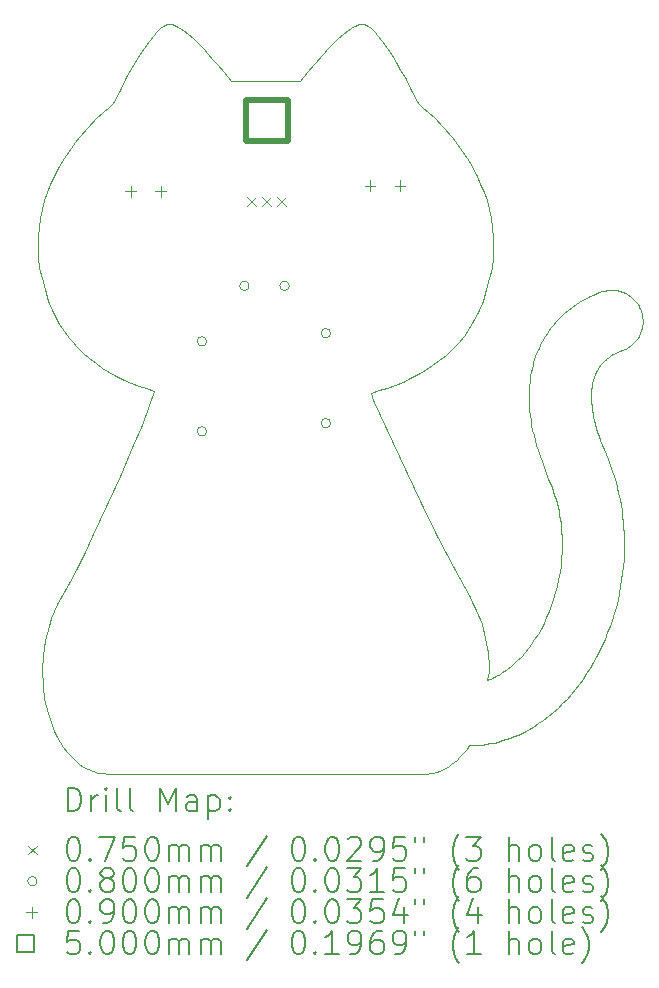
<source format=gbr>
%TF.GenerationSoftware,KiCad,Pcbnew,8.0.8*%
%TF.CreationDate,2025-06-13T17:00:37+01:00*%
%TF.ProjectId,AutoDiming_Keychain,4175746f-4469-46d6-996e-675f4b657963,rev?*%
%TF.SameCoordinates,Original*%
%TF.FileFunction,Drillmap*%
%TF.FilePolarity,Positive*%
%FSLAX45Y45*%
G04 Gerber Fmt 4.5, Leading zero omitted, Abs format (unit mm)*
G04 Created by KiCad (PCBNEW 8.0.8) date 2025-06-13 17:00:37*
%MOMM*%
%LPD*%
G01*
G04 APERTURE LIST*
%ADD10C,0.100000*%
%ADD11C,0.200000*%
%ADD12C,0.500000*%
G04 APERTURE END LIST*
D10*
X4134127Y-2781184D02*
X4149743Y-2784931D01*
X4166361Y-2791030D01*
X4183883Y-2799319D01*
X4202210Y-2809637D01*
X4221244Y-2821821D01*
X4240887Y-2835709D01*
X4281607Y-2867950D01*
X4323584Y-2905063D01*
X4366033Y-2945751D01*
X4408167Y-2988718D01*
X4449202Y-3032667D01*
X4488352Y-3076301D01*
X4524830Y-3118324D01*
X4586632Y-3192351D01*
X4643615Y-3264020D01*
X5233669Y-3264020D01*
X5290669Y-3192351D01*
X5352489Y-3118324D01*
X5428141Y-3032667D01*
X5469189Y-2988718D01*
X5511337Y-2945751D01*
X5553800Y-2905063D01*
X5595792Y-2867950D01*
X5636527Y-2835709D01*
X5656177Y-2821821D01*
X5675219Y-2809637D01*
X5693553Y-2799319D01*
X5711082Y-2791030D01*
X5727707Y-2784931D01*
X5743331Y-2781184D01*
X5758864Y-2780749D01*
X5775253Y-2784295D01*
X5792409Y-2791564D01*
X5810244Y-2802295D01*
X5828669Y-2816228D01*
X5847596Y-2833102D01*
X5866936Y-2852657D01*
X5886602Y-2874633D01*
X5926553Y-2924807D01*
X5966744Y-2981542D01*
X6006464Y-3042755D01*
X6045009Y-3106364D01*
X6081668Y-3170288D01*
X6115736Y-3232444D01*
X6173264Y-3343123D01*
X6226080Y-3451655D01*
X6267776Y-3484813D01*
X6373586Y-3581144D01*
X6441498Y-3651527D01*
X6514595Y-3735936D01*
X6589263Y-3833781D01*
X6661887Y-3944475D01*
X6728853Y-4067426D01*
X6759085Y-4133315D01*
X6786546Y-4202048D01*
X6810786Y-4273550D01*
X6831352Y-4347749D01*
X6847793Y-4424571D01*
X6859657Y-4503942D01*
X6866491Y-4585788D01*
X6867845Y-4670037D01*
X6863266Y-4756613D01*
X6852302Y-4845444D01*
X6834503Y-4936456D01*
X6809415Y-5029576D01*
X6776587Y-5124729D01*
X6735568Y-5221842D01*
X6699618Y-5292976D01*
X6659700Y-5359618D01*
X6616070Y-5421916D01*
X6568986Y-5480017D01*
X6518707Y-5534069D01*
X6465488Y-5584221D01*
X6409589Y-5630620D01*
X6351267Y-5673415D01*
X6290779Y-5712754D01*
X6228383Y-5748785D01*
X6164336Y-5781655D01*
X6098897Y-5811513D01*
X6032322Y-5838507D01*
X5964869Y-5862785D01*
X5896796Y-5884495D01*
X5828361Y-5903784D01*
X5847300Y-5964295D01*
X6126079Y-6568964D01*
X6254202Y-6836085D01*
X6391923Y-7114545D01*
X6532358Y-7386824D01*
X6668620Y-7635399D01*
X6688761Y-7672181D01*
X6707475Y-7709526D01*
X6724780Y-7747382D01*
X6740695Y-7785698D01*
X6755239Y-7824419D01*
X6768431Y-7863493D01*
X6780289Y-7902868D01*
X6790833Y-7942491D01*
X6800080Y-7982308D01*
X6808051Y-8022268D01*
X6814763Y-8062318D01*
X6820236Y-8102404D01*
X6824488Y-8142475D01*
X6827539Y-8182477D01*
X6829407Y-8222358D01*
X6830111Y-8262065D01*
X6817845Y-8334668D01*
X6831549Y-8329622D01*
X6845270Y-8324229D01*
X6859009Y-8318457D01*
X6872770Y-8312276D01*
X6886555Y-8305652D01*
X6900366Y-8298555D01*
X6914206Y-8290953D01*
X6928077Y-8282814D01*
X6944977Y-8272195D01*
X6961854Y-8260884D01*
X6978692Y-8248888D01*
X6995473Y-8236216D01*
X7012180Y-8222876D01*
X7028797Y-8208878D01*
X7045306Y-8194228D01*
X7061690Y-8178936D01*
X7077933Y-8163011D01*
X7094018Y-8146460D01*
X7109926Y-8129292D01*
X7125643Y-8111516D01*
X7141150Y-8093139D01*
X7156430Y-8074171D01*
X7171467Y-8054620D01*
X7186244Y-8034494D01*
X7215116Y-7992653D01*
X7242693Y-7948731D01*
X7268895Y-7902857D01*
X7293642Y-7855161D01*
X7316855Y-7805771D01*
X7338455Y-7754817D01*
X7358361Y-7702428D01*
X7376494Y-7648732D01*
X7392775Y-7593859D01*
X7407125Y-7537937D01*
X7419462Y-7481097D01*
X7429709Y-7423467D01*
X7437785Y-7365175D01*
X7443611Y-7306352D01*
X7447107Y-7247125D01*
X7448194Y-7187625D01*
X7447776Y-7152379D01*
X7446516Y-7117110D01*
X7444404Y-7081836D01*
X7441430Y-7046576D01*
X7437583Y-7011350D01*
X7432854Y-6976176D01*
X7427232Y-6941072D01*
X7420707Y-6906058D01*
X7413269Y-6871152D01*
X7404908Y-6836374D01*
X7395613Y-6801741D01*
X7385375Y-6767274D01*
X7374184Y-6732990D01*
X7362029Y-6698909D01*
X7348900Y-6665049D01*
X7334787Y-6631429D01*
X7313890Y-6582160D01*
X7294482Y-6533697D01*
X7276543Y-6486030D01*
X7260054Y-6439147D01*
X7244994Y-6393037D01*
X7231344Y-6347689D01*
X7219085Y-6303093D01*
X7208196Y-6259237D01*
X7198659Y-6216110D01*
X7190452Y-6173701D01*
X7183558Y-6131999D01*
X7177956Y-6090993D01*
X7173626Y-6050673D01*
X7170549Y-6011026D01*
X7168705Y-5972043D01*
X7168075Y-5933711D01*
X7168437Y-5902650D01*
X7169640Y-5872056D01*
X7171663Y-5841941D01*
X7174486Y-5812317D01*
X7178086Y-5783194D01*
X7182443Y-5754584D01*
X7187536Y-5726499D01*
X7193345Y-5698950D01*
X7199847Y-5671948D01*
X7207023Y-5645505D01*
X7214851Y-5619632D01*
X7223310Y-5594341D01*
X7232379Y-5569643D01*
X7242038Y-5545549D01*
X7252265Y-5522071D01*
X7263040Y-5499220D01*
X7274272Y-5476990D01*
X7285956Y-5455424D01*
X7298059Y-5434518D01*
X7310548Y-5414268D01*
X7323390Y-5394668D01*
X7336550Y-5375715D01*
X7349996Y-5357403D01*
X7363694Y-5339729D01*
X7377611Y-5322687D01*
X7391713Y-5306274D01*
X7405968Y-5290485D01*
X7420341Y-5275315D01*
X7434800Y-5260760D01*
X7449312Y-5246815D01*
X7463841Y-5233476D01*
X7478357Y-5220738D01*
X7492928Y-5208580D01*
X7507410Y-5196963D01*
X7521783Y-5185875D01*
X7536027Y-5175304D01*
X7564047Y-5155670D01*
X7591311Y-5137968D01*
X7617658Y-5122107D01*
X7642930Y-5107995D01*
X7666966Y-5095541D01*
X7689607Y-5084651D01*
X7710693Y-5075236D01*
X7730064Y-5067202D01*
X7747561Y-5060458D01*
X7763023Y-5054912D01*
X7787207Y-5047048D01*
X7801338Y-5042876D01*
X7814524Y-5039741D01*
X7827710Y-5037304D01*
X7840877Y-5035552D01*
X7854004Y-5034474D01*
X7867072Y-5034059D01*
X7880059Y-5034293D01*
X7892947Y-5035166D01*
X7905713Y-5036665D01*
X7918339Y-5038779D01*
X7930803Y-5041497D01*
X7943086Y-5044806D01*
X7955168Y-5048695D01*
X7967028Y-5053151D01*
X7978645Y-5058164D01*
X7990001Y-5063721D01*
X8001073Y-5069810D01*
X8011843Y-5076421D01*
X8022290Y-5083540D01*
X8032393Y-5091157D01*
X8042133Y-5099259D01*
X8051489Y-5107835D01*
X8060441Y-5116873D01*
X8068968Y-5126362D01*
X8077051Y-5136288D01*
X8084669Y-5146642D01*
X8091802Y-5157410D01*
X8098430Y-5168582D01*
X8104531Y-5180145D01*
X8110088Y-5192088D01*
X8115078Y-5204398D01*
X8119481Y-5217065D01*
X8123278Y-5230076D01*
X8126380Y-5243117D01*
X8128798Y-5256156D01*
X8130544Y-5269175D01*
X8131630Y-5282154D01*
X8132066Y-5295073D01*
X8131865Y-5307914D01*
X8131037Y-5320657D01*
X8129594Y-5333283D01*
X8127549Y-5345771D01*
X8124911Y-5358103D01*
X8121693Y-5370259D01*
X8117906Y-5382219D01*
X8113562Y-5393965D01*
X8108672Y-5405476D01*
X8103248Y-5416734D01*
X8097300Y-5427719D01*
X8090841Y-5438410D01*
X8083882Y-5448790D01*
X8076435Y-5458839D01*
X8068510Y-5468536D01*
X8060120Y-5477863D01*
X8051276Y-5486801D01*
X8041989Y-5495328D01*
X8032271Y-5503428D01*
X8022133Y-5511079D01*
X8011587Y-5518262D01*
X8000644Y-5524959D01*
X7989316Y-5531148D01*
X7977615Y-5536812D01*
X7965551Y-5541931D01*
X7953136Y-5546484D01*
X7940382Y-5550454D01*
X7940468Y-5550801D01*
X7934899Y-5552686D01*
X7928959Y-5554915D01*
X7925334Y-5556358D01*
X7921308Y-5558027D01*
X7916908Y-5559929D01*
X7912162Y-5562071D01*
X7907095Y-5564458D01*
X7901735Y-5567098D01*
X7890203Y-5573049D01*
X7877910Y-5579975D01*
X7865035Y-5587880D01*
X7858435Y-5592200D01*
X7851757Y-5596766D01*
X7845023Y-5601577D01*
X7838255Y-5606636D01*
X7831475Y-5611941D01*
X7824707Y-5617493D01*
X7817971Y-5623293D01*
X7811291Y-5629340D01*
X7804690Y-5635636D01*
X7798188Y-5642181D01*
X7789634Y-5651331D01*
X7781276Y-5660935D01*
X7773136Y-5671030D01*
X7769153Y-5676273D01*
X7765232Y-5681652D01*
X7761375Y-5687171D01*
X7757585Y-5692836D01*
X7753865Y-5698651D01*
X7750216Y-5704619D01*
X7746641Y-5710747D01*
X7743143Y-5717037D01*
X7739724Y-5723496D01*
X7736387Y-5730126D01*
X7727992Y-5748826D01*
X7720200Y-5769057D01*
X7716579Y-5779810D01*
X7713166Y-5791019D01*
X7709980Y-5802711D01*
X7707042Y-5814909D01*
X7704369Y-5827638D01*
X7701983Y-5840924D01*
X7699900Y-5854790D01*
X7698141Y-5869262D01*
X7696726Y-5884364D01*
X7695672Y-5900121D01*
X7695000Y-5916558D01*
X7694728Y-5933698D01*
X7696110Y-5978127D01*
X7700660Y-6027072D01*
X7704252Y-6053269D01*
X7708791Y-6080631D01*
X7714328Y-6109170D01*
X7720914Y-6138898D01*
X7728601Y-6169828D01*
X7737440Y-6201972D01*
X7747484Y-6235340D01*
X7758783Y-6269947D01*
X7771388Y-6305802D01*
X7785352Y-6342920D01*
X7800726Y-6381310D01*
X7817560Y-6420987D01*
X7837306Y-6468079D01*
X7855643Y-6515415D01*
X7872590Y-6562967D01*
X7888164Y-6610706D01*
X7902386Y-6658603D01*
X7915273Y-6706629D01*
X7926844Y-6754754D01*
X7937117Y-6802951D01*
X7946113Y-6851190D01*
X7953848Y-6899442D01*
X7960342Y-6947678D01*
X7965614Y-6995870D01*
X7969681Y-7043988D01*
X7972564Y-7092004D01*
X7974279Y-7139889D01*
X7974847Y-7187613D01*
X7973907Y-7248003D01*
X7971210Y-7308053D01*
X7966784Y-7367722D01*
X7960660Y-7426964D01*
X7952868Y-7485738D01*
X7943436Y-7543999D01*
X7932396Y-7601705D01*
X7919776Y-7658811D01*
X7905606Y-7715276D01*
X7889917Y-7771056D01*
X7872736Y-7826106D01*
X7854096Y-7880385D01*
X7834024Y-7933849D01*
X7812551Y-7986454D01*
X7789707Y-8038157D01*
X7765520Y-8088916D01*
X7739921Y-8138618D01*
X7713011Y-8187339D01*
X7684798Y-8235017D01*
X7655286Y-8281593D01*
X7624481Y-8327006D01*
X7592391Y-8371195D01*
X7559020Y-8414102D01*
X7524374Y-8455664D01*
X7488460Y-8495822D01*
X7451283Y-8534515D01*
X7412849Y-8571684D01*
X7373164Y-8607268D01*
X7332234Y-8641207D01*
X7290065Y-8673440D01*
X7246662Y-8703907D01*
X7202033Y-8732548D01*
X7171742Y-8750441D01*
X7140867Y-8767421D01*
X7109431Y-8783455D01*
X7077456Y-8798510D01*
X7044965Y-8812553D01*
X7011980Y-8825550D01*
X6978524Y-8837470D01*
X6944620Y-8848278D01*
X6910291Y-8857943D01*
X6875558Y-8866429D01*
X6840445Y-8873706D01*
X6804974Y-8879739D01*
X6769167Y-8884496D01*
X6733049Y-8887943D01*
X6696640Y-8890048D01*
X6659963Y-8890777D01*
X6641350Y-8917539D01*
X6621911Y-8943011D01*
X6601664Y-8967133D01*
X6580627Y-8989844D01*
X6558816Y-9011085D01*
X6536251Y-9030795D01*
X6512948Y-9048914D01*
X6488926Y-9065382D01*
X6464201Y-9080138D01*
X6438792Y-9093121D01*
X6412717Y-9104273D01*
X6385993Y-9113532D01*
X6358637Y-9120839D01*
X6330668Y-9126133D01*
X6302103Y-9129353D01*
X6272960Y-9130440D01*
X3604646Y-9130440D01*
X3559957Y-9127898D01*
X3516628Y-9120413D01*
X3474732Y-9108194D01*
X3434341Y-9091450D01*
X3395527Y-9070390D01*
X3358364Y-9045224D01*
X3322923Y-9016161D01*
X3289278Y-8983410D01*
X3257500Y-8947182D01*
X3227662Y-8907684D01*
X3199837Y-8865127D01*
X3174097Y-8819720D01*
X3150515Y-8771672D01*
X3129162Y-8721192D01*
X3093438Y-8613775D01*
X3067505Y-8499144D01*
X3051942Y-8378973D01*
X3047329Y-8254938D01*
X3054248Y-8128712D01*
X3062212Y-8065301D01*
X3073276Y-8001971D01*
X3087513Y-7938930D01*
X3104995Y-7876388D01*
X3125795Y-7814555D01*
X3149985Y-7753640D01*
X3177638Y-7693851D01*
X3208825Y-7635399D01*
X3275207Y-7515664D01*
X3341973Y-7388714D01*
X3408479Y-7256611D01*
X3474082Y-7121417D01*
X3600000Y-6850000D01*
X3714576Y-6590953D01*
X3812658Y-6360767D01*
X3889095Y-6175931D01*
X3956426Y-6008274D01*
X3993025Y-5888443D01*
X3928340Y-5868327D01*
X3864158Y-5845923D01*
X3800700Y-5821105D01*
X3738186Y-5793748D01*
X3676836Y-5763726D01*
X3616870Y-5730915D01*
X3558508Y-5695190D01*
X3501972Y-5656424D01*
X3447480Y-5614494D01*
X3395254Y-5569273D01*
X3345514Y-5520637D01*
X3298479Y-5468460D01*
X3276045Y-5441004D01*
X3254370Y-5412617D01*
X3233482Y-5383282D01*
X3213408Y-5352983D01*
X3194175Y-5321705D01*
X3175812Y-5289433D01*
X3158345Y-5256150D01*
X3141803Y-5221842D01*
X3100784Y-5124729D01*
X3067957Y-5029576D01*
X3042870Y-4936456D01*
X3025072Y-4845444D01*
X3014111Y-4756613D01*
X3009534Y-4670037D01*
X3010890Y-4585788D01*
X3017728Y-4503942D01*
X3029595Y-4424571D01*
X3046039Y-4347749D01*
X3066609Y-4273550D01*
X3090852Y-4202048D01*
X3118318Y-4133315D01*
X3148553Y-4067426D01*
X3181107Y-4004455D01*
X3215527Y-3944475D01*
X3251362Y-3887559D01*
X3288159Y-3833781D01*
X3325468Y-3783216D01*
X3362835Y-3735936D01*
X3435940Y-3651527D01*
X3503858Y-3581144D01*
X3562976Y-3525376D01*
X3609679Y-3484813D01*
X3651378Y-3451655D01*
X3704171Y-3343122D01*
X3761680Y-3232441D01*
X3795738Y-3170284D01*
X3832389Y-3106360D01*
X3870926Y-3042750D01*
X3910643Y-2981537D01*
X3950833Y-2924802D01*
X3990788Y-2874628D01*
X4010457Y-2852652D01*
X4029802Y-2833097D01*
X4048735Y-2816224D01*
X4067168Y-2802292D01*
X4085012Y-2791561D01*
X4102178Y-2784293D01*
X4118580Y-2780748D01*
X4134127Y-2781184D01*
D11*
D10*
X4785500Y-4248500D02*
X4860500Y-4323500D01*
X4860500Y-4248500D02*
X4785500Y-4323500D01*
X4912500Y-4248500D02*
X4987500Y-4323500D01*
X4987500Y-4248500D02*
X4912500Y-4323500D01*
X5039500Y-4248500D02*
X5114500Y-4323500D01*
X5114500Y-4248500D02*
X5039500Y-4323500D01*
X4440000Y-5469000D02*
G75*
G02*
X4360000Y-5469000I-40000J0D01*
G01*
X4360000Y-5469000D02*
G75*
G02*
X4440000Y-5469000I40000J0D01*
G01*
X4440000Y-6231000D02*
G75*
G02*
X4360000Y-6231000I-40000J0D01*
G01*
X4360000Y-6231000D02*
G75*
G02*
X4440000Y-6231000I40000J0D01*
G01*
X4800000Y-5000000D02*
G75*
G02*
X4720000Y-5000000I-40000J0D01*
G01*
X4720000Y-5000000D02*
G75*
G02*
X4800000Y-5000000I40000J0D01*
G01*
X5140000Y-5000000D02*
G75*
G02*
X5060000Y-5000000I-40000J0D01*
G01*
X5060000Y-5000000D02*
G75*
G02*
X5140000Y-5000000I40000J0D01*
G01*
X5490000Y-5400000D02*
G75*
G02*
X5410000Y-5400000I-40000J0D01*
G01*
X5410000Y-5400000D02*
G75*
G02*
X5490000Y-5400000I40000J0D01*
G01*
X5490000Y-6162000D02*
G75*
G02*
X5410000Y-6162000I-40000J0D01*
G01*
X5410000Y-6162000D02*
G75*
G02*
X5490000Y-6162000I40000J0D01*
G01*
X3796000Y-4155000D02*
X3796000Y-4245000D01*
X3751000Y-4200000D02*
X3841000Y-4200000D01*
X4050000Y-4155000D02*
X4050000Y-4245000D01*
X4005000Y-4200000D02*
X4095000Y-4200000D01*
X5822500Y-4105000D02*
X5822500Y-4195000D01*
X5777500Y-4150000D02*
X5867500Y-4150000D01*
X6076500Y-4105000D02*
X6076500Y-4195000D01*
X6031500Y-4150000D02*
X6121500Y-4150000D01*
D12*
X5126778Y-3776778D02*
X5126778Y-3423222D01*
X4773222Y-3423222D01*
X4773222Y-3776778D01*
X5126778Y-3776778D01*
D11*
X3265311Y-9446923D02*
X3265311Y-9246923D01*
X3265311Y-9246923D02*
X3312930Y-9246923D01*
X3312930Y-9246923D02*
X3341501Y-9256447D01*
X3341501Y-9256447D02*
X3360549Y-9275495D01*
X3360549Y-9275495D02*
X3370073Y-9294542D01*
X3370073Y-9294542D02*
X3379597Y-9332638D01*
X3379597Y-9332638D02*
X3379597Y-9361209D01*
X3379597Y-9361209D02*
X3370073Y-9399304D01*
X3370073Y-9399304D02*
X3360549Y-9418352D01*
X3360549Y-9418352D02*
X3341501Y-9437400D01*
X3341501Y-9437400D02*
X3312930Y-9446923D01*
X3312930Y-9446923D02*
X3265311Y-9446923D01*
X3465311Y-9446923D02*
X3465311Y-9313590D01*
X3465311Y-9351685D02*
X3474835Y-9332638D01*
X3474835Y-9332638D02*
X3484359Y-9323114D01*
X3484359Y-9323114D02*
X3503406Y-9313590D01*
X3503406Y-9313590D02*
X3522454Y-9313590D01*
X3589120Y-9446923D02*
X3589120Y-9313590D01*
X3589120Y-9246923D02*
X3579597Y-9256447D01*
X3579597Y-9256447D02*
X3589120Y-9265971D01*
X3589120Y-9265971D02*
X3598644Y-9256447D01*
X3598644Y-9256447D02*
X3589120Y-9246923D01*
X3589120Y-9246923D02*
X3589120Y-9265971D01*
X3712930Y-9446923D02*
X3693882Y-9437400D01*
X3693882Y-9437400D02*
X3684359Y-9418352D01*
X3684359Y-9418352D02*
X3684359Y-9246923D01*
X3817692Y-9446923D02*
X3798644Y-9437400D01*
X3798644Y-9437400D02*
X3789120Y-9418352D01*
X3789120Y-9418352D02*
X3789120Y-9246923D01*
X4046263Y-9446923D02*
X4046263Y-9246923D01*
X4046263Y-9246923D02*
X4112930Y-9389781D01*
X4112930Y-9389781D02*
X4179597Y-9246923D01*
X4179597Y-9246923D02*
X4179597Y-9446923D01*
X4360549Y-9446923D02*
X4360549Y-9342162D01*
X4360549Y-9342162D02*
X4351025Y-9323114D01*
X4351025Y-9323114D02*
X4331978Y-9313590D01*
X4331978Y-9313590D02*
X4293882Y-9313590D01*
X4293882Y-9313590D02*
X4274835Y-9323114D01*
X4360549Y-9437400D02*
X4341502Y-9446923D01*
X4341502Y-9446923D02*
X4293882Y-9446923D01*
X4293882Y-9446923D02*
X4274835Y-9437400D01*
X4274835Y-9437400D02*
X4265311Y-9418352D01*
X4265311Y-9418352D02*
X4265311Y-9399304D01*
X4265311Y-9399304D02*
X4274835Y-9380257D01*
X4274835Y-9380257D02*
X4293882Y-9370733D01*
X4293882Y-9370733D02*
X4341502Y-9370733D01*
X4341502Y-9370733D02*
X4360549Y-9361209D01*
X4455787Y-9313590D02*
X4455787Y-9513590D01*
X4455787Y-9323114D02*
X4474835Y-9313590D01*
X4474835Y-9313590D02*
X4512930Y-9313590D01*
X4512930Y-9313590D02*
X4531978Y-9323114D01*
X4531978Y-9323114D02*
X4541502Y-9332638D01*
X4541502Y-9332638D02*
X4551025Y-9351685D01*
X4551025Y-9351685D02*
X4551025Y-9408828D01*
X4551025Y-9408828D02*
X4541502Y-9427876D01*
X4541502Y-9427876D02*
X4531978Y-9437400D01*
X4531978Y-9437400D02*
X4512930Y-9446923D01*
X4512930Y-9446923D02*
X4474835Y-9446923D01*
X4474835Y-9446923D02*
X4455787Y-9437400D01*
X4636740Y-9427876D02*
X4646263Y-9437400D01*
X4646263Y-9437400D02*
X4636740Y-9446923D01*
X4636740Y-9446923D02*
X4627216Y-9437400D01*
X4627216Y-9437400D02*
X4636740Y-9427876D01*
X4636740Y-9427876D02*
X4636740Y-9446923D01*
X4636740Y-9323114D02*
X4646263Y-9332638D01*
X4646263Y-9332638D02*
X4636740Y-9342162D01*
X4636740Y-9342162D02*
X4627216Y-9332638D01*
X4627216Y-9332638D02*
X4636740Y-9323114D01*
X4636740Y-9323114D02*
X4636740Y-9342162D01*
D10*
X2929534Y-9737940D02*
X3004534Y-9812940D01*
X3004534Y-9737940D02*
X2929534Y-9812940D01*
D11*
X3303406Y-9666923D02*
X3322454Y-9666923D01*
X3322454Y-9666923D02*
X3341501Y-9676447D01*
X3341501Y-9676447D02*
X3351025Y-9685971D01*
X3351025Y-9685971D02*
X3360549Y-9705019D01*
X3360549Y-9705019D02*
X3370073Y-9743114D01*
X3370073Y-9743114D02*
X3370073Y-9790733D01*
X3370073Y-9790733D02*
X3360549Y-9828828D01*
X3360549Y-9828828D02*
X3351025Y-9847876D01*
X3351025Y-9847876D02*
X3341501Y-9857400D01*
X3341501Y-9857400D02*
X3322454Y-9866923D01*
X3322454Y-9866923D02*
X3303406Y-9866923D01*
X3303406Y-9866923D02*
X3284359Y-9857400D01*
X3284359Y-9857400D02*
X3274835Y-9847876D01*
X3274835Y-9847876D02*
X3265311Y-9828828D01*
X3265311Y-9828828D02*
X3255787Y-9790733D01*
X3255787Y-9790733D02*
X3255787Y-9743114D01*
X3255787Y-9743114D02*
X3265311Y-9705019D01*
X3265311Y-9705019D02*
X3274835Y-9685971D01*
X3274835Y-9685971D02*
X3284359Y-9676447D01*
X3284359Y-9676447D02*
X3303406Y-9666923D01*
X3455787Y-9847876D02*
X3465311Y-9857400D01*
X3465311Y-9857400D02*
X3455787Y-9866923D01*
X3455787Y-9866923D02*
X3446263Y-9857400D01*
X3446263Y-9857400D02*
X3455787Y-9847876D01*
X3455787Y-9847876D02*
X3455787Y-9866923D01*
X3531978Y-9666923D02*
X3665311Y-9666923D01*
X3665311Y-9666923D02*
X3579597Y-9866923D01*
X3836740Y-9666923D02*
X3741501Y-9666923D01*
X3741501Y-9666923D02*
X3731978Y-9762162D01*
X3731978Y-9762162D02*
X3741501Y-9752638D01*
X3741501Y-9752638D02*
X3760549Y-9743114D01*
X3760549Y-9743114D02*
X3808168Y-9743114D01*
X3808168Y-9743114D02*
X3827216Y-9752638D01*
X3827216Y-9752638D02*
X3836740Y-9762162D01*
X3836740Y-9762162D02*
X3846263Y-9781209D01*
X3846263Y-9781209D02*
X3846263Y-9828828D01*
X3846263Y-9828828D02*
X3836740Y-9847876D01*
X3836740Y-9847876D02*
X3827216Y-9857400D01*
X3827216Y-9857400D02*
X3808168Y-9866923D01*
X3808168Y-9866923D02*
X3760549Y-9866923D01*
X3760549Y-9866923D02*
X3741501Y-9857400D01*
X3741501Y-9857400D02*
X3731978Y-9847876D01*
X3970073Y-9666923D02*
X3989121Y-9666923D01*
X3989121Y-9666923D02*
X4008168Y-9676447D01*
X4008168Y-9676447D02*
X4017692Y-9685971D01*
X4017692Y-9685971D02*
X4027216Y-9705019D01*
X4027216Y-9705019D02*
X4036740Y-9743114D01*
X4036740Y-9743114D02*
X4036740Y-9790733D01*
X4036740Y-9790733D02*
X4027216Y-9828828D01*
X4027216Y-9828828D02*
X4017692Y-9847876D01*
X4017692Y-9847876D02*
X4008168Y-9857400D01*
X4008168Y-9857400D02*
X3989121Y-9866923D01*
X3989121Y-9866923D02*
X3970073Y-9866923D01*
X3970073Y-9866923D02*
X3951025Y-9857400D01*
X3951025Y-9857400D02*
X3941501Y-9847876D01*
X3941501Y-9847876D02*
X3931978Y-9828828D01*
X3931978Y-9828828D02*
X3922454Y-9790733D01*
X3922454Y-9790733D02*
X3922454Y-9743114D01*
X3922454Y-9743114D02*
X3931978Y-9705019D01*
X3931978Y-9705019D02*
X3941501Y-9685971D01*
X3941501Y-9685971D02*
X3951025Y-9676447D01*
X3951025Y-9676447D02*
X3970073Y-9666923D01*
X4122454Y-9866923D02*
X4122454Y-9733590D01*
X4122454Y-9752638D02*
X4131978Y-9743114D01*
X4131978Y-9743114D02*
X4151025Y-9733590D01*
X4151025Y-9733590D02*
X4179597Y-9733590D01*
X4179597Y-9733590D02*
X4198644Y-9743114D01*
X4198644Y-9743114D02*
X4208168Y-9762162D01*
X4208168Y-9762162D02*
X4208168Y-9866923D01*
X4208168Y-9762162D02*
X4217692Y-9743114D01*
X4217692Y-9743114D02*
X4236740Y-9733590D01*
X4236740Y-9733590D02*
X4265311Y-9733590D01*
X4265311Y-9733590D02*
X4284359Y-9743114D01*
X4284359Y-9743114D02*
X4293883Y-9762162D01*
X4293883Y-9762162D02*
X4293883Y-9866923D01*
X4389121Y-9866923D02*
X4389121Y-9733590D01*
X4389121Y-9752638D02*
X4398644Y-9743114D01*
X4398644Y-9743114D02*
X4417692Y-9733590D01*
X4417692Y-9733590D02*
X4446264Y-9733590D01*
X4446264Y-9733590D02*
X4465311Y-9743114D01*
X4465311Y-9743114D02*
X4474835Y-9762162D01*
X4474835Y-9762162D02*
X4474835Y-9866923D01*
X4474835Y-9762162D02*
X4484359Y-9743114D01*
X4484359Y-9743114D02*
X4503406Y-9733590D01*
X4503406Y-9733590D02*
X4531978Y-9733590D01*
X4531978Y-9733590D02*
X4551025Y-9743114D01*
X4551025Y-9743114D02*
X4560549Y-9762162D01*
X4560549Y-9762162D02*
X4560549Y-9866923D01*
X4951025Y-9657400D02*
X4779597Y-9914542D01*
X5208168Y-9666923D02*
X5227216Y-9666923D01*
X5227216Y-9666923D02*
X5246264Y-9676447D01*
X5246264Y-9676447D02*
X5255787Y-9685971D01*
X5255787Y-9685971D02*
X5265311Y-9705019D01*
X5265311Y-9705019D02*
X5274835Y-9743114D01*
X5274835Y-9743114D02*
X5274835Y-9790733D01*
X5274835Y-9790733D02*
X5265311Y-9828828D01*
X5265311Y-9828828D02*
X5255787Y-9847876D01*
X5255787Y-9847876D02*
X5246264Y-9857400D01*
X5246264Y-9857400D02*
X5227216Y-9866923D01*
X5227216Y-9866923D02*
X5208168Y-9866923D01*
X5208168Y-9866923D02*
X5189121Y-9857400D01*
X5189121Y-9857400D02*
X5179597Y-9847876D01*
X5179597Y-9847876D02*
X5170073Y-9828828D01*
X5170073Y-9828828D02*
X5160549Y-9790733D01*
X5160549Y-9790733D02*
X5160549Y-9743114D01*
X5160549Y-9743114D02*
X5170073Y-9705019D01*
X5170073Y-9705019D02*
X5179597Y-9685971D01*
X5179597Y-9685971D02*
X5189121Y-9676447D01*
X5189121Y-9676447D02*
X5208168Y-9666923D01*
X5360549Y-9847876D02*
X5370073Y-9857400D01*
X5370073Y-9857400D02*
X5360549Y-9866923D01*
X5360549Y-9866923D02*
X5351026Y-9857400D01*
X5351026Y-9857400D02*
X5360549Y-9847876D01*
X5360549Y-9847876D02*
X5360549Y-9866923D01*
X5493883Y-9666923D02*
X5512930Y-9666923D01*
X5512930Y-9666923D02*
X5531978Y-9676447D01*
X5531978Y-9676447D02*
X5541502Y-9685971D01*
X5541502Y-9685971D02*
X5551026Y-9705019D01*
X5551026Y-9705019D02*
X5560549Y-9743114D01*
X5560549Y-9743114D02*
X5560549Y-9790733D01*
X5560549Y-9790733D02*
X5551026Y-9828828D01*
X5551026Y-9828828D02*
X5541502Y-9847876D01*
X5541502Y-9847876D02*
X5531978Y-9857400D01*
X5531978Y-9857400D02*
X5512930Y-9866923D01*
X5512930Y-9866923D02*
X5493883Y-9866923D01*
X5493883Y-9866923D02*
X5474835Y-9857400D01*
X5474835Y-9857400D02*
X5465311Y-9847876D01*
X5465311Y-9847876D02*
X5455787Y-9828828D01*
X5455787Y-9828828D02*
X5446264Y-9790733D01*
X5446264Y-9790733D02*
X5446264Y-9743114D01*
X5446264Y-9743114D02*
X5455787Y-9705019D01*
X5455787Y-9705019D02*
X5465311Y-9685971D01*
X5465311Y-9685971D02*
X5474835Y-9676447D01*
X5474835Y-9676447D02*
X5493883Y-9666923D01*
X5636740Y-9685971D02*
X5646264Y-9676447D01*
X5646264Y-9676447D02*
X5665311Y-9666923D01*
X5665311Y-9666923D02*
X5712930Y-9666923D01*
X5712930Y-9666923D02*
X5731978Y-9676447D01*
X5731978Y-9676447D02*
X5741502Y-9685971D01*
X5741502Y-9685971D02*
X5751025Y-9705019D01*
X5751025Y-9705019D02*
X5751025Y-9724066D01*
X5751025Y-9724066D02*
X5741502Y-9752638D01*
X5741502Y-9752638D02*
X5627216Y-9866923D01*
X5627216Y-9866923D02*
X5751025Y-9866923D01*
X5846264Y-9866923D02*
X5884359Y-9866923D01*
X5884359Y-9866923D02*
X5903406Y-9857400D01*
X5903406Y-9857400D02*
X5912930Y-9847876D01*
X5912930Y-9847876D02*
X5931978Y-9819304D01*
X5931978Y-9819304D02*
X5941502Y-9781209D01*
X5941502Y-9781209D02*
X5941502Y-9705019D01*
X5941502Y-9705019D02*
X5931978Y-9685971D01*
X5931978Y-9685971D02*
X5922454Y-9676447D01*
X5922454Y-9676447D02*
X5903406Y-9666923D01*
X5903406Y-9666923D02*
X5865311Y-9666923D01*
X5865311Y-9666923D02*
X5846264Y-9676447D01*
X5846264Y-9676447D02*
X5836740Y-9685971D01*
X5836740Y-9685971D02*
X5827216Y-9705019D01*
X5827216Y-9705019D02*
X5827216Y-9752638D01*
X5827216Y-9752638D02*
X5836740Y-9771685D01*
X5836740Y-9771685D02*
X5846264Y-9781209D01*
X5846264Y-9781209D02*
X5865311Y-9790733D01*
X5865311Y-9790733D02*
X5903406Y-9790733D01*
X5903406Y-9790733D02*
X5922454Y-9781209D01*
X5922454Y-9781209D02*
X5931978Y-9771685D01*
X5931978Y-9771685D02*
X5941502Y-9752638D01*
X6122454Y-9666923D02*
X6027216Y-9666923D01*
X6027216Y-9666923D02*
X6017692Y-9762162D01*
X6017692Y-9762162D02*
X6027216Y-9752638D01*
X6027216Y-9752638D02*
X6046264Y-9743114D01*
X6046264Y-9743114D02*
X6093883Y-9743114D01*
X6093883Y-9743114D02*
X6112930Y-9752638D01*
X6112930Y-9752638D02*
X6122454Y-9762162D01*
X6122454Y-9762162D02*
X6131978Y-9781209D01*
X6131978Y-9781209D02*
X6131978Y-9828828D01*
X6131978Y-9828828D02*
X6122454Y-9847876D01*
X6122454Y-9847876D02*
X6112930Y-9857400D01*
X6112930Y-9857400D02*
X6093883Y-9866923D01*
X6093883Y-9866923D02*
X6046264Y-9866923D01*
X6046264Y-9866923D02*
X6027216Y-9857400D01*
X6027216Y-9857400D02*
X6017692Y-9847876D01*
X6208168Y-9666923D02*
X6208168Y-9705019D01*
X6284359Y-9666923D02*
X6284359Y-9705019D01*
X6579597Y-9943114D02*
X6570073Y-9933590D01*
X6570073Y-9933590D02*
X6551026Y-9905019D01*
X6551026Y-9905019D02*
X6541502Y-9885971D01*
X6541502Y-9885971D02*
X6531978Y-9857400D01*
X6531978Y-9857400D02*
X6522454Y-9809781D01*
X6522454Y-9809781D02*
X6522454Y-9771685D01*
X6522454Y-9771685D02*
X6531978Y-9724066D01*
X6531978Y-9724066D02*
X6541502Y-9695495D01*
X6541502Y-9695495D02*
X6551026Y-9676447D01*
X6551026Y-9676447D02*
X6570073Y-9647876D01*
X6570073Y-9647876D02*
X6579597Y-9638352D01*
X6636740Y-9666923D02*
X6760549Y-9666923D01*
X6760549Y-9666923D02*
X6693883Y-9743114D01*
X6693883Y-9743114D02*
X6722454Y-9743114D01*
X6722454Y-9743114D02*
X6741502Y-9752638D01*
X6741502Y-9752638D02*
X6751026Y-9762162D01*
X6751026Y-9762162D02*
X6760549Y-9781209D01*
X6760549Y-9781209D02*
X6760549Y-9828828D01*
X6760549Y-9828828D02*
X6751026Y-9847876D01*
X6751026Y-9847876D02*
X6741502Y-9857400D01*
X6741502Y-9857400D02*
X6722454Y-9866923D01*
X6722454Y-9866923D02*
X6665311Y-9866923D01*
X6665311Y-9866923D02*
X6646264Y-9857400D01*
X6646264Y-9857400D02*
X6636740Y-9847876D01*
X6998645Y-9866923D02*
X6998645Y-9666923D01*
X7084359Y-9866923D02*
X7084359Y-9762162D01*
X7084359Y-9762162D02*
X7074835Y-9743114D01*
X7074835Y-9743114D02*
X7055788Y-9733590D01*
X7055788Y-9733590D02*
X7027216Y-9733590D01*
X7027216Y-9733590D02*
X7008168Y-9743114D01*
X7008168Y-9743114D02*
X6998645Y-9752638D01*
X7208168Y-9866923D02*
X7189121Y-9857400D01*
X7189121Y-9857400D02*
X7179597Y-9847876D01*
X7179597Y-9847876D02*
X7170073Y-9828828D01*
X7170073Y-9828828D02*
X7170073Y-9771685D01*
X7170073Y-9771685D02*
X7179597Y-9752638D01*
X7179597Y-9752638D02*
X7189121Y-9743114D01*
X7189121Y-9743114D02*
X7208168Y-9733590D01*
X7208168Y-9733590D02*
X7236740Y-9733590D01*
X7236740Y-9733590D02*
X7255788Y-9743114D01*
X7255788Y-9743114D02*
X7265311Y-9752638D01*
X7265311Y-9752638D02*
X7274835Y-9771685D01*
X7274835Y-9771685D02*
X7274835Y-9828828D01*
X7274835Y-9828828D02*
X7265311Y-9847876D01*
X7265311Y-9847876D02*
X7255788Y-9857400D01*
X7255788Y-9857400D02*
X7236740Y-9866923D01*
X7236740Y-9866923D02*
X7208168Y-9866923D01*
X7389121Y-9866923D02*
X7370073Y-9857400D01*
X7370073Y-9857400D02*
X7360549Y-9838352D01*
X7360549Y-9838352D02*
X7360549Y-9666923D01*
X7541502Y-9857400D02*
X7522454Y-9866923D01*
X7522454Y-9866923D02*
X7484359Y-9866923D01*
X7484359Y-9866923D02*
X7465311Y-9857400D01*
X7465311Y-9857400D02*
X7455788Y-9838352D01*
X7455788Y-9838352D02*
X7455788Y-9762162D01*
X7455788Y-9762162D02*
X7465311Y-9743114D01*
X7465311Y-9743114D02*
X7484359Y-9733590D01*
X7484359Y-9733590D02*
X7522454Y-9733590D01*
X7522454Y-9733590D02*
X7541502Y-9743114D01*
X7541502Y-9743114D02*
X7551026Y-9762162D01*
X7551026Y-9762162D02*
X7551026Y-9781209D01*
X7551026Y-9781209D02*
X7455788Y-9800257D01*
X7627216Y-9857400D02*
X7646264Y-9866923D01*
X7646264Y-9866923D02*
X7684359Y-9866923D01*
X7684359Y-9866923D02*
X7703407Y-9857400D01*
X7703407Y-9857400D02*
X7712930Y-9838352D01*
X7712930Y-9838352D02*
X7712930Y-9828828D01*
X7712930Y-9828828D02*
X7703407Y-9809781D01*
X7703407Y-9809781D02*
X7684359Y-9800257D01*
X7684359Y-9800257D02*
X7655788Y-9800257D01*
X7655788Y-9800257D02*
X7636740Y-9790733D01*
X7636740Y-9790733D02*
X7627216Y-9771685D01*
X7627216Y-9771685D02*
X7627216Y-9762162D01*
X7627216Y-9762162D02*
X7636740Y-9743114D01*
X7636740Y-9743114D02*
X7655788Y-9733590D01*
X7655788Y-9733590D02*
X7684359Y-9733590D01*
X7684359Y-9733590D02*
X7703407Y-9743114D01*
X7779597Y-9943114D02*
X7789121Y-9933590D01*
X7789121Y-9933590D02*
X7808169Y-9905019D01*
X7808169Y-9905019D02*
X7817692Y-9885971D01*
X7817692Y-9885971D02*
X7827216Y-9857400D01*
X7827216Y-9857400D02*
X7836740Y-9809781D01*
X7836740Y-9809781D02*
X7836740Y-9771685D01*
X7836740Y-9771685D02*
X7827216Y-9724066D01*
X7827216Y-9724066D02*
X7817692Y-9695495D01*
X7817692Y-9695495D02*
X7808169Y-9676447D01*
X7808169Y-9676447D02*
X7789121Y-9647876D01*
X7789121Y-9647876D02*
X7779597Y-9638352D01*
D10*
X3004534Y-10039440D02*
G75*
G02*
X2924534Y-10039440I-40000J0D01*
G01*
X2924534Y-10039440D02*
G75*
G02*
X3004534Y-10039440I40000J0D01*
G01*
D11*
X3303406Y-9930923D02*
X3322454Y-9930923D01*
X3322454Y-9930923D02*
X3341501Y-9940447D01*
X3341501Y-9940447D02*
X3351025Y-9949971D01*
X3351025Y-9949971D02*
X3360549Y-9969019D01*
X3360549Y-9969019D02*
X3370073Y-10007114D01*
X3370073Y-10007114D02*
X3370073Y-10054733D01*
X3370073Y-10054733D02*
X3360549Y-10092828D01*
X3360549Y-10092828D02*
X3351025Y-10111876D01*
X3351025Y-10111876D02*
X3341501Y-10121400D01*
X3341501Y-10121400D02*
X3322454Y-10130923D01*
X3322454Y-10130923D02*
X3303406Y-10130923D01*
X3303406Y-10130923D02*
X3284359Y-10121400D01*
X3284359Y-10121400D02*
X3274835Y-10111876D01*
X3274835Y-10111876D02*
X3265311Y-10092828D01*
X3265311Y-10092828D02*
X3255787Y-10054733D01*
X3255787Y-10054733D02*
X3255787Y-10007114D01*
X3255787Y-10007114D02*
X3265311Y-9969019D01*
X3265311Y-9969019D02*
X3274835Y-9949971D01*
X3274835Y-9949971D02*
X3284359Y-9940447D01*
X3284359Y-9940447D02*
X3303406Y-9930923D01*
X3455787Y-10111876D02*
X3465311Y-10121400D01*
X3465311Y-10121400D02*
X3455787Y-10130923D01*
X3455787Y-10130923D02*
X3446263Y-10121400D01*
X3446263Y-10121400D02*
X3455787Y-10111876D01*
X3455787Y-10111876D02*
X3455787Y-10130923D01*
X3579597Y-10016638D02*
X3560549Y-10007114D01*
X3560549Y-10007114D02*
X3551025Y-9997590D01*
X3551025Y-9997590D02*
X3541501Y-9978542D01*
X3541501Y-9978542D02*
X3541501Y-9969019D01*
X3541501Y-9969019D02*
X3551025Y-9949971D01*
X3551025Y-9949971D02*
X3560549Y-9940447D01*
X3560549Y-9940447D02*
X3579597Y-9930923D01*
X3579597Y-9930923D02*
X3617692Y-9930923D01*
X3617692Y-9930923D02*
X3636740Y-9940447D01*
X3636740Y-9940447D02*
X3646263Y-9949971D01*
X3646263Y-9949971D02*
X3655787Y-9969019D01*
X3655787Y-9969019D02*
X3655787Y-9978542D01*
X3655787Y-9978542D02*
X3646263Y-9997590D01*
X3646263Y-9997590D02*
X3636740Y-10007114D01*
X3636740Y-10007114D02*
X3617692Y-10016638D01*
X3617692Y-10016638D02*
X3579597Y-10016638D01*
X3579597Y-10016638D02*
X3560549Y-10026162D01*
X3560549Y-10026162D02*
X3551025Y-10035685D01*
X3551025Y-10035685D02*
X3541501Y-10054733D01*
X3541501Y-10054733D02*
X3541501Y-10092828D01*
X3541501Y-10092828D02*
X3551025Y-10111876D01*
X3551025Y-10111876D02*
X3560549Y-10121400D01*
X3560549Y-10121400D02*
X3579597Y-10130923D01*
X3579597Y-10130923D02*
X3617692Y-10130923D01*
X3617692Y-10130923D02*
X3636740Y-10121400D01*
X3636740Y-10121400D02*
X3646263Y-10111876D01*
X3646263Y-10111876D02*
X3655787Y-10092828D01*
X3655787Y-10092828D02*
X3655787Y-10054733D01*
X3655787Y-10054733D02*
X3646263Y-10035685D01*
X3646263Y-10035685D02*
X3636740Y-10026162D01*
X3636740Y-10026162D02*
X3617692Y-10016638D01*
X3779597Y-9930923D02*
X3798644Y-9930923D01*
X3798644Y-9930923D02*
X3817692Y-9940447D01*
X3817692Y-9940447D02*
X3827216Y-9949971D01*
X3827216Y-9949971D02*
X3836740Y-9969019D01*
X3836740Y-9969019D02*
X3846263Y-10007114D01*
X3846263Y-10007114D02*
X3846263Y-10054733D01*
X3846263Y-10054733D02*
X3836740Y-10092828D01*
X3836740Y-10092828D02*
X3827216Y-10111876D01*
X3827216Y-10111876D02*
X3817692Y-10121400D01*
X3817692Y-10121400D02*
X3798644Y-10130923D01*
X3798644Y-10130923D02*
X3779597Y-10130923D01*
X3779597Y-10130923D02*
X3760549Y-10121400D01*
X3760549Y-10121400D02*
X3751025Y-10111876D01*
X3751025Y-10111876D02*
X3741501Y-10092828D01*
X3741501Y-10092828D02*
X3731978Y-10054733D01*
X3731978Y-10054733D02*
X3731978Y-10007114D01*
X3731978Y-10007114D02*
X3741501Y-9969019D01*
X3741501Y-9969019D02*
X3751025Y-9949971D01*
X3751025Y-9949971D02*
X3760549Y-9940447D01*
X3760549Y-9940447D02*
X3779597Y-9930923D01*
X3970073Y-9930923D02*
X3989121Y-9930923D01*
X3989121Y-9930923D02*
X4008168Y-9940447D01*
X4008168Y-9940447D02*
X4017692Y-9949971D01*
X4017692Y-9949971D02*
X4027216Y-9969019D01*
X4027216Y-9969019D02*
X4036740Y-10007114D01*
X4036740Y-10007114D02*
X4036740Y-10054733D01*
X4036740Y-10054733D02*
X4027216Y-10092828D01*
X4027216Y-10092828D02*
X4017692Y-10111876D01*
X4017692Y-10111876D02*
X4008168Y-10121400D01*
X4008168Y-10121400D02*
X3989121Y-10130923D01*
X3989121Y-10130923D02*
X3970073Y-10130923D01*
X3970073Y-10130923D02*
X3951025Y-10121400D01*
X3951025Y-10121400D02*
X3941501Y-10111876D01*
X3941501Y-10111876D02*
X3931978Y-10092828D01*
X3931978Y-10092828D02*
X3922454Y-10054733D01*
X3922454Y-10054733D02*
X3922454Y-10007114D01*
X3922454Y-10007114D02*
X3931978Y-9969019D01*
X3931978Y-9969019D02*
X3941501Y-9949971D01*
X3941501Y-9949971D02*
X3951025Y-9940447D01*
X3951025Y-9940447D02*
X3970073Y-9930923D01*
X4122454Y-10130923D02*
X4122454Y-9997590D01*
X4122454Y-10016638D02*
X4131978Y-10007114D01*
X4131978Y-10007114D02*
X4151025Y-9997590D01*
X4151025Y-9997590D02*
X4179597Y-9997590D01*
X4179597Y-9997590D02*
X4198644Y-10007114D01*
X4198644Y-10007114D02*
X4208168Y-10026162D01*
X4208168Y-10026162D02*
X4208168Y-10130923D01*
X4208168Y-10026162D02*
X4217692Y-10007114D01*
X4217692Y-10007114D02*
X4236740Y-9997590D01*
X4236740Y-9997590D02*
X4265311Y-9997590D01*
X4265311Y-9997590D02*
X4284359Y-10007114D01*
X4284359Y-10007114D02*
X4293883Y-10026162D01*
X4293883Y-10026162D02*
X4293883Y-10130923D01*
X4389121Y-10130923D02*
X4389121Y-9997590D01*
X4389121Y-10016638D02*
X4398644Y-10007114D01*
X4398644Y-10007114D02*
X4417692Y-9997590D01*
X4417692Y-9997590D02*
X4446264Y-9997590D01*
X4446264Y-9997590D02*
X4465311Y-10007114D01*
X4465311Y-10007114D02*
X4474835Y-10026162D01*
X4474835Y-10026162D02*
X4474835Y-10130923D01*
X4474835Y-10026162D02*
X4484359Y-10007114D01*
X4484359Y-10007114D02*
X4503406Y-9997590D01*
X4503406Y-9997590D02*
X4531978Y-9997590D01*
X4531978Y-9997590D02*
X4551025Y-10007114D01*
X4551025Y-10007114D02*
X4560549Y-10026162D01*
X4560549Y-10026162D02*
X4560549Y-10130923D01*
X4951025Y-9921400D02*
X4779597Y-10178542D01*
X5208168Y-9930923D02*
X5227216Y-9930923D01*
X5227216Y-9930923D02*
X5246264Y-9940447D01*
X5246264Y-9940447D02*
X5255787Y-9949971D01*
X5255787Y-9949971D02*
X5265311Y-9969019D01*
X5265311Y-9969019D02*
X5274835Y-10007114D01*
X5274835Y-10007114D02*
X5274835Y-10054733D01*
X5274835Y-10054733D02*
X5265311Y-10092828D01*
X5265311Y-10092828D02*
X5255787Y-10111876D01*
X5255787Y-10111876D02*
X5246264Y-10121400D01*
X5246264Y-10121400D02*
X5227216Y-10130923D01*
X5227216Y-10130923D02*
X5208168Y-10130923D01*
X5208168Y-10130923D02*
X5189121Y-10121400D01*
X5189121Y-10121400D02*
X5179597Y-10111876D01*
X5179597Y-10111876D02*
X5170073Y-10092828D01*
X5170073Y-10092828D02*
X5160549Y-10054733D01*
X5160549Y-10054733D02*
X5160549Y-10007114D01*
X5160549Y-10007114D02*
X5170073Y-9969019D01*
X5170073Y-9969019D02*
X5179597Y-9949971D01*
X5179597Y-9949971D02*
X5189121Y-9940447D01*
X5189121Y-9940447D02*
X5208168Y-9930923D01*
X5360549Y-10111876D02*
X5370073Y-10121400D01*
X5370073Y-10121400D02*
X5360549Y-10130923D01*
X5360549Y-10130923D02*
X5351026Y-10121400D01*
X5351026Y-10121400D02*
X5360549Y-10111876D01*
X5360549Y-10111876D02*
X5360549Y-10130923D01*
X5493883Y-9930923D02*
X5512930Y-9930923D01*
X5512930Y-9930923D02*
X5531978Y-9940447D01*
X5531978Y-9940447D02*
X5541502Y-9949971D01*
X5541502Y-9949971D02*
X5551026Y-9969019D01*
X5551026Y-9969019D02*
X5560549Y-10007114D01*
X5560549Y-10007114D02*
X5560549Y-10054733D01*
X5560549Y-10054733D02*
X5551026Y-10092828D01*
X5551026Y-10092828D02*
X5541502Y-10111876D01*
X5541502Y-10111876D02*
X5531978Y-10121400D01*
X5531978Y-10121400D02*
X5512930Y-10130923D01*
X5512930Y-10130923D02*
X5493883Y-10130923D01*
X5493883Y-10130923D02*
X5474835Y-10121400D01*
X5474835Y-10121400D02*
X5465311Y-10111876D01*
X5465311Y-10111876D02*
X5455787Y-10092828D01*
X5455787Y-10092828D02*
X5446264Y-10054733D01*
X5446264Y-10054733D02*
X5446264Y-10007114D01*
X5446264Y-10007114D02*
X5455787Y-9969019D01*
X5455787Y-9969019D02*
X5465311Y-9949971D01*
X5465311Y-9949971D02*
X5474835Y-9940447D01*
X5474835Y-9940447D02*
X5493883Y-9930923D01*
X5627216Y-9930923D02*
X5751025Y-9930923D01*
X5751025Y-9930923D02*
X5684359Y-10007114D01*
X5684359Y-10007114D02*
X5712930Y-10007114D01*
X5712930Y-10007114D02*
X5731978Y-10016638D01*
X5731978Y-10016638D02*
X5741502Y-10026162D01*
X5741502Y-10026162D02*
X5751025Y-10045209D01*
X5751025Y-10045209D02*
X5751025Y-10092828D01*
X5751025Y-10092828D02*
X5741502Y-10111876D01*
X5741502Y-10111876D02*
X5731978Y-10121400D01*
X5731978Y-10121400D02*
X5712930Y-10130923D01*
X5712930Y-10130923D02*
X5655787Y-10130923D01*
X5655787Y-10130923D02*
X5636740Y-10121400D01*
X5636740Y-10121400D02*
X5627216Y-10111876D01*
X5941502Y-10130923D02*
X5827216Y-10130923D01*
X5884359Y-10130923D02*
X5884359Y-9930923D01*
X5884359Y-9930923D02*
X5865311Y-9959495D01*
X5865311Y-9959495D02*
X5846264Y-9978542D01*
X5846264Y-9978542D02*
X5827216Y-9988066D01*
X6122454Y-9930923D02*
X6027216Y-9930923D01*
X6027216Y-9930923D02*
X6017692Y-10026162D01*
X6017692Y-10026162D02*
X6027216Y-10016638D01*
X6027216Y-10016638D02*
X6046264Y-10007114D01*
X6046264Y-10007114D02*
X6093883Y-10007114D01*
X6093883Y-10007114D02*
X6112930Y-10016638D01*
X6112930Y-10016638D02*
X6122454Y-10026162D01*
X6122454Y-10026162D02*
X6131978Y-10045209D01*
X6131978Y-10045209D02*
X6131978Y-10092828D01*
X6131978Y-10092828D02*
X6122454Y-10111876D01*
X6122454Y-10111876D02*
X6112930Y-10121400D01*
X6112930Y-10121400D02*
X6093883Y-10130923D01*
X6093883Y-10130923D02*
X6046264Y-10130923D01*
X6046264Y-10130923D02*
X6027216Y-10121400D01*
X6027216Y-10121400D02*
X6017692Y-10111876D01*
X6208168Y-9930923D02*
X6208168Y-9969019D01*
X6284359Y-9930923D02*
X6284359Y-9969019D01*
X6579597Y-10207114D02*
X6570073Y-10197590D01*
X6570073Y-10197590D02*
X6551026Y-10169019D01*
X6551026Y-10169019D02*
X6541502Y-10149971D01*
X6541502Y-10149971D02*
X6531978Y-10121400D01*
X6531978Y-10121400D02*
X6522454Y-10073781D01*
X6522454Y-10073781D02*
X6522454Y-10035685D01*
X6522454Y-10035685D02*
X6531978Y-9988066D01*
X6531978Y-9988066D02*
X6541502Y-9959495D01*
X6541502Y-9959495D02*
X6551026Y-9940447D01*
X6551026Y-9940447D02*
X6570073Y-9911876D01*
X6570073Y-9911876D02*
X6579597Y-9902352D01*
X6741502Y-9930923D02*
X6703406Y-9930923D01*
X6703406Y-9930923D02*
X6684359Y-9940447D01*
X6684359Y-9940447D02*
X6674835Y-9949971D01*
X6674835Y-9949971D02*
X6655787Y-9978542D01*
X6655787Y-9978542D02*
X6646264Y-10016638D01*
X6646264Y-10016638D02*
X6646264Y-10092828D01*
X6646264Y-10092828D02*
X6655787Y-10111876D01*
X6655787Y-10111876D02*
X6665311Y-10121400D01*
X6665311Y-10121400D02*
X6684359Y-10130923D01*
X6684359Y-10130923D02*
X6722454Y-10130923D01*
X6722454Y-10130923D02*
X6741502Y-10121400D01*
X6741502Y-10121400D02*
X6751026Y-10111876D01*
X6751026Y-10111876D02*
X6760549Y-10092828D01*
X6760549Y-10092828D02*
X6760549Y-10045209D01*
X6760549Y-10045209D02*
X6751026Y-10026162D01*
X6751026Y-10026162D02*
X6741502Y-10016638D01*
X6741502Y-10016638D02*
X6722454Y-10007114D01*
X6722454Y-10007114D02*
X6684359Y-10007114D01*
X6684359Y-10007114D02*
X6665311Y-10016638D01*
X6665311Y-10016638D02*
X6655787Y-10026162D01*
X6655787Y-10026162D02*
X6646264Y-10045209D01*
X6998645Y-10130923D02*
X6998645Y-9930923D01*
X7084359Y-10130923D02*
X7084359Y-10026162D01*
X7084359Y-10026162D02*
X7074835Y-10007114D01*
X7074835Y-10007114D02*
X7055788Y-9997590D01*
X7055788Y-9997590D02*
X7027216Y-9997590D01*
X7027216Y-9997590D02*
X7008168Y-10007114D01*
X7008168Y-10007114D02*
X6998645Y-10016638D01*
X7208168Y-10130923D02*
X7189121Y-10121400D01*
X7189121Y-10121400D02*
X7179597Y-10111876D01*
X7179597Y-10111876D02*
X7170073Y-10092828D01*
X7170073Y-10092828D02*
X7170073Y-10035685D01*
X7170073Y-10035685D02*
X7179597Y-10016638D01*
X7179597Y-10016638D02*
X7189121Y-10007114D01*
X7189121Y-10007114D02*
X7208168Y-9997590D01*
X7208168Y-9997590D02*
X7236740Y-9997590D01*
X7236740Y-9997590D02*
X7255788Y-10007114D01*
X7255788Y-10007114D02*
X7265311Y-10016638D01*
X7265311Y-10016638D02*
X7274835Y-10035685D01*
X7274835Y-10035685D02*
X7274835Y-10092828D01*
X7274835Y-10092828D02*
X7265311Y-10111876D01*
X7265311Y-10111876D02*
X7255788Y-10121400D01*
X7255788Y-10121400D02*
X7236740Y-10130923D01*
X7236740Y-10130923D02*
X7208168Y-10130923D01*
X7389121Y-10130923D02*
X7370073Y-10121400D01*
X7370073Y-10121400D02*
X7360549Y-10102352D01*
X7360549Y-10102352D02*
X7360549Y-9930923D01*
X7541502Y-10121400D02*
X7522454Y-10130923D01*
X7522454Y-10130923D02*
X7484359Y-10130923D01*
X7484359Y-10130923D02*
X7465311Y-10121400D01*
X7465311Y-10121400D02*
X7455788Y-10102352D01*
X7455788Y-10102352D02*
X7455788Y-10026162D01*
X7455788Y-10026162D02*
X7465311Y-10007114D01*
X7465311Y-10007114D02*
X7484359Y-9997590D01*
X7484359Y-9997590D02*
X7522454Y-9997590D01*
X7522454Y-9997590D02*
X7541502Y-10007114D01*
X7541502Y-10007114D02*
X7551026Y-10026162D01*
X7551026Y-10026162D02*
X7551026Y-10045209D01*
X7551026Y-10045209D02*
X7455788Y-10064257D01*
X7627216Y-10121400D02*
X7646264Y-10130923D01*
X7646264Y-10130923D02*
X7684359Y-10130923D01*
X7684359Y-10130923D02*
X7703407Y-10121400D01*
X7703407Y-10121400D02*
X7712930Y-10102352D01*
X7712930Y-10102352D02*
X7712930Y-10092828D01*
X7712930Y-10092828D02*
X7703407Y-10073781D01*
X7703407Y-10073781D02*
X7684359Y-10064257D01*
X7684359Y-10064257D02*
X7655788Y-10064257D01*
X7655788Y-10064257D02*
X7636740Y-10054733D01*
X7636740Y-10054733D02*
X7627216Y-10035685D01*
X7627216Y-10035685D02*
X7627216Y-10026162D01*
X7627216Y-10026162D02*
X7636740Y-10007114D01*
X7636740Y-10007114D02*
X7655788Y-9997590D01*
X7655788Y-9997590D02*
X7684359Y-9997590D01*
X7684359Y-9997590D02*
X7703407Y-10007114D01*
X7779597Y-10207114D02*
X7789121Y-10197590D01*
X7789121Y-10197590D02*
X7808169Y-10169019D01*
X7808169Y-10169019D02*
X7817692Y-10149971D01*
X7817692Y-10149971D02*
X7827216Y-10121400D01*
X7827216Y-10121400D02*
X7836740Y-10073781D01*
X7836740Y-10073781D02*
X7836740Y-10035685D01*
X7836740Y-10035685D02*
X7827216Y-9988066D01*
X7827216Y-9988066D02*
X7817692Y-9959495D01*
X7817692Y-9959495D02*
X7808169Y-9940447D01*
X7808169Y-9940447D02*
X7789121Y-9911876D01*
X7789121Y-9911876D02*
X7779597Y-9902352D01*
D10*
X2959534Y-10258440D02*
X2959534Y-10348440D01*
X2914534Y-10303440D02*
X3004534Y-10303440D01*
D11*
X3303406Y-10194923D02*
X3322454Y-10194923D01*
X3322454Y-10194923D02*
X3341501Y-10204447D01*
X3341501Y-10204447D02*
X3351025Y-10213971D01*
X3351025Y-10213971D02*
X3360549Y-10233019D01*
X3360549Y-10233019D02*
X3370073Y-10271114D01*
X3370073Y-10271114D02*
X3370073Y-10318733D01*
X3370073Y-10318733D02*
X3360549Y-10356828D01*
X3360549Y-10356828D02*
X3351025Y-10375876D01*
X3351025Y-10375876D02*
X3341501Y-10385400D01*
X3341501Y-10385400D02*
X3322454Y-10394923D01*
X3322454Y-10394923D02*
X3303406Y-10394923D01*
X3303406Y-10394923D02*
X3284359Y-10385400D01*
X3284359Y-10385400D02*
X3274835Y-10375876D01*
X3274835Y-10375876D02*
X3265311Y-10356828D01*
X3265311Y-10356828D02*
X3255787Y-10318733D01*
X3255787Y-10318733D02*
X3255787Y-10271114D01*
X3255787Y-10271114D02*
X3265311Y-10233019D01*
X3265311Y-10233019D02*
X3274835Y-10213971D01*
X3274835Y-10213971D02*
X3284359Y-10204447D01*
X3284359Y-10204447D02*
X3303406Y-10194923D01*
X3455787Y-10375876D02*
X3465311Y-10385400D01*
X3465311Y-10385400D02*
X3455787Y-10394923D01*
X3455787Y-10394923D02*
X3446263Y-10385400D01*
X3446263Y-10385400D02*
X3455787Y-10375876D01*
X3455787Y-10375876D02*
X3455787Y-10394923D01*
X3560549Y-10394923D02*
X3598644Y-10394923D01*
X3598644Y-10394923D02*
X3617692Y-10385400D01*
X3617692Y-10385400D02*
X3627216Y-10375876D01*
X3627216Y-10375876D02*
X3646263Y-10347304D01*
X3646263Y-10347304D02*
X3655787Y-10309209D01*
X3655787Y-10309209D02*
X3655787Y-10233019D01*
X3655787Y-10233019D02*
X3646263Y-10213971D01*
X3646263Y-10213971D02*
X3636740Y-10204447D01*
X3636740Y-10204447D02*
X3617692Y-10194923D01*
X3617692Y-10194923D02*
X3579597Y-10194923D01*
X3579597Y-10194923D02*
X3560549Y-10204447D01*
X3560549Y-10204447D02*
X3551025Y-10213971D01*
X3551025Y-10213971D02*
X3541501Y-10233019D01*
X3541501Y-10233019D02*
X3541501Y-10280638D01*
X3541501Y-10280638D02*
X3551025Y-10299685D01*
X3551025Y-10299685D02*
X3560549Y-10309209D01*
X3560549Y-10309209D02*
X3579597Y-10318733D01*
X3579597Y-10318733D02*
X3617692Y-10318733D01*
X3617692Y-10318733D02*
X3636740Y-10309209D01*
X3636740Y-10309209D02*
X3646263Y-10299685D01*
X3646263Y-10299685D02*
X3655787Y-10280638D01*
X3779597Y-10194923D02*
X3798644Y-10194923D01*
X3798644Y-10194923D02*
X3817692Y-10204447D01*
X3817692Y-10204447D02*
X3827216Y-10213971D01*
X3827216Y-10213971D02*
X3836740Y-10233019D01*
X3836740Y-10233019D02*
X3846263Y-10271114D01*
X3846263Y-10271114D02*
X3846263Y-10318733D01*
X3846263Y-10318733D02*
X3836740Y-10356828D01*
X3836740Y-10356828D02*
X3827216Y-10375876D01*
X3827216Y-10375876D02*
X3817692Y-10385400D01*
X3817692Y-10385400D02*
X3798644Y-10394923D01*
X3798644Y-10394923D02*
X3779597Y-10394923D01*
X3779597Y-10394923D02*
X3760549Y-10385400D01*
X3760549Y-10385400D02*
X3751025Y-10375876D01*
X3751025Y-10375876D02*
X3741501Y-10356828D01*
X3741501Y-10356828D02*
X3731978Y-10318733D01*
X3731978Y-10318733D02*
X3731978Y-10271114D01*
X3731978Y-10271114D02*
X3741501Y-10233019D01*
X3741501Y-10233019D02*
X3751025Y-10213971D01*
X3751025Y-10213971D02*
X3760549Y-10204447D01*
X3760549Y-10204447D02*
X3779597Y-10194923D01*
X3970073Y-10194923D02*
X3989121Y-10194923D01*
X3989121Y-10194923D02*
X4008168Y-10204447D01*
X4008168Y-10204447D02*
X4017692Y-10213971D01*
X4017692Y-10213971D02*
X4027216Y-10233019D01*
X4027216Y-10233019D02*
X4036740Y-10271114D01*
X4036740Y-10271114D02*
X4036740Y-10318733D01*
X4036740Y-10318733D02*
X4027216Y-10356828D01*
X4027216Y-10356828D02*
X4017692Y-10375876D01*
X4017692Y-10375876D02*
X4008168Y-10385400D01*
X4008168Y-10385400D02*
X3989121Y-10394923D01*
X3989121Y-10394923D02*
X3970073Y-10394923D01*
X3970073Y-10394923D02*
X3951025Y-10385400D01*
X3951025Y-10385400D02*
X3941501Y-10375876D01*
X3941501Y-10375876D02*
X3931978Y-10356828D01*
X3931978Y-10356828D02*
X3922454Y-10318733D01*
X3922454Y-10318733D02*
X3922454Y-10271114D01*
X3922454Y-10271114D02*
X3931978Y-10233019D01*
X3931978Y-10233019D02*
X3941501Y-10213971D01*
X3941501Y-10213971D02*
X3951025Y-10204447D01*
X3951025Y-10204447D02*
X3970073Y-10194923D01*
X4122454Y-10394923D02*
X4122454Y-10261590D01*
X4122454Y-10280638D02*
X4131978Y-10271114D01*
X4131978Y-10271114D02*
X4151025Y-10261590D01*
X4151025Y-10261590D02*
X4179597Y-10261590D01*
X4179597Y-10261590D02*
X4198644Y-10271114D01*
X4198644Y-10271114D02*
X4208168Y-10290162D01*
X4208168Y-10290162D02*
X4208168Y-10394923D01*
X4208168Y-10290162D02*
X4217692Y-10271114D01*
X4217692Y-10271114D02*
X4236740Y-10261590D01*
X4236740Y-10261590D02*
X4265311Y-10261590D01*
X4265311Y-10261590D02*
X4284359Y-10271114D01*
X4284359Y-10271114D02*
X4293883Y-10290162D01*
X4293883Y-10290162D02*
X4293883Y-10394923D01*
X4389121Y-10394923D02*
X4389121Y-10261590D01*
X4389121Y-10280638D02*
X4398644Y-10271114D01*
X4398644Y-10271114D02*
X4417692Y-10261590D01*
X4417692Y-10261590D02*
X4446264Y-10261590D01*
X4446264Y-10261590D02*
X4465311Y-10271114D01*
X4465311Y-10271114D02*
X4474835Y-10290162D01*
X4474835Y-10290162D02*
X4474835Y-10394923D01*
X4474835Y-10290162D02*
X4484359Y-10271114D01*
X4484359Y-10271114D02*
X4503406Y-10261590D01*
X4503406Y-10261590D02*
X4531978Y-10261590D01*
X4531978Y-10261590D02*
X4551025Y-10271114D01*
X4551025Y-10271114D02*
X4560549Y-10290162D01*
X4560549Y-10290162D02*
X4560549Y-10394923D01*
X4951025Y-10185400D02*
X4779597Y-10442542D01*
X5208168Y-10194923D02*
X5227216Y-10194923D01*
X5227216Y-10194923D02*
X5246264Y-10204447D01*
X5246264Y-10204447D02*
X5255787Y-10213971D01*
X5255787Y-10213971D02*
X5265311Y-10233019D01*
X5265311Y-10233019D02*
X5274835Y-10271114D01*
X5274835Y-10271114D02*
X5274835Y-10318733D01*
X5274835Y-10318733D02*
X5265311Y-10356828D01*
X5265311Y-10356828D02*
X5255787Y-10375876D01*
X5255787Y-10375876D02*
X5246264Y-10385400D01*
X5246264Y-10385400D02*
X5227216Y-10394923D01*
X5227216Y-10394923D02*
X5208168Y-10394923D01*
X5208168Y-10394923D02*
X5189121Y-10385400D01*
X5189121Y-10385400D02*
X5179597Y-10375876D01*
X5179597Y-10375876D02*
X5170073Y-10356828D01*
X5170073Y-10356828D02*
X5160549Y-10318733D01*
X5160549Y-10318733D02*
X5160549Y-10271114D01*
X5160549Y-10271114D02*
X5170073Y-10233019D01*
X5170073Y-10233019D02*
X5179597Y-10213971D01*
X5179597Y-10213971D02*
X5189121Y-10204447D01*
X5189121Y-10204447D02*
X5208168Y-10194923D01*
X5360549Y-10375876D02*
X5370073Y-10385400D01*
X5370073Y-10385400D02*
X5360549Y-10394923D01*
X5360549Y-10394923D02*
X5351026Y-10385400D01*
X5351026Y-10385400D02*
X5360549Y-10375876D01*
X5360549Y-10375876D02*
X5360549Y-10394923D01*
X5493883Y-10194923D02*
X5512930Y-10194923D01*
X5512930Y-10194923D02*
X5531978Y-10204447D01*
X5531978Y-10204447D02*
X5541502Y-10213971D01*
X5541502Y-10213971D02*
X5551026Y-10233019D01*
X5551026Y-10233019D02*
X5560549Y-10271114D01*
X5560549Y-10271114D02*
X5560549Y-10318733D01*
X5560549Y-10318733D02*
X5551026Y-10356828D01*
X5551026Y-10356828D02*
X5541502Y-10375876D01*
X5541502Y-10375876D02*
X5531978Y-10385400D01*
X5531978Y-10385400D02*
X5512930Y-10394923D01*
X5512930Y-10394923D02*
X5493883Y-10394923D01*
X5493883Y-10394923D02*
X5474835Y-10385400D01*
X5474835Y-10385400D02*
X5465311Y-10375876D01*
X5465311Y-10375876D02*
X5455787Y-10356828D01*
X5455787Y-10356828D02*
X5446264Y-10318733D01*
X5446264Y-10318733D02*
X5446264Y-10271114D01*
X5446264Y-10271114D02*
X5455787Y-10233019D01*
X5455787Y-10233019D02*
X5465311Y-10213971D01*
X5465311Y-10213971D02*
X5474835Y-10204447D01*
X5474835Y-10204447D02*
X5493883Y-10194923D01*
X5627216Y-10194923D02*
X5751025Y-10194923D01*
X5751025Y-10194923D02*
X5684359Y-10271114D01*
X5684359Y-10271114D02*
X5712930Y-10271114D01*
X5712930Y-10271114D02*
X5731978Y-10280638D01*
X5731978Y-10280638D02*
X5741502Y-10290162D01*
X5741502Y-10290162D02*
X5751025Y-10309209D01*
X5751025Y-10309209D02*
X5751025Y-10356828D01*
X5751025Y-10356828D02*
X5741502Y-10375876D01*
X5741502Y-10375876D02*
X5731978Y-10385400D01*
X5731978Y-10385400D02*
X5712930Y-10394923D01*
X5712930Y-10394923D02*
X5655787Y-10394923D01*
X5655787Y-10394923D02*
X5636740Y-10385400D01*
X5636740Y-10385400D02*
X5627216Y-10375876D01*
X5931978Y-10194923D02*
X5836740Y-10194923D01*
X5836740Y-10194923D02*
X5827216Y-10290162D01*
X5827216Y-10290162D02*
X5836740Y-10280638D01*
X5836740Y-10280638D02*
X5855787Y-10271114D01*
X5855787Y-10271114D02*
X5903406Y-10271114D01*
X5903406Y-10271114D02*
X5922454Y-10280638D01*
X5922454Y-10280638D02*
X5931978Y-10290162D01*
X5931978Y-10290162D02*
X5941502Y-10309209D01*
X5941502Y-10309209D02*
X5941502Y-10356828D01*
X5941502Y-10356828D02*
X5931978Y-10375876D01*
X5931978Y-10375876D02*
X5922454Y-10385400D01*
X5922454Y-10385400D02*
X5903406Y-10394923D01*
X5903406Y-10394923D02*
X5855787Y-10394923D01*
X5855787Y-10394923D02*
X5836740Y-10385400D01*
X5836740Y-10385400D02*
X5827216Y-10375876D01*
X6112930Y-10261590D02*
X6112930Y-10394923D01*
X6065311Y-10185400D02*
X6017692Y-10328257D01*
X6017692Y-10328257D02*
X6141502Y-10328257D01*
X6208168Y-10194923D02*
X6208168Y-10233019D01*
X6284359Y-10194923D02*
X6284359Y-10233019D01*
X6579597Y-10471114D02*
X6570073Y-10461590D01*
X6570073Y-10461590D02*
X6551026Y-10433019D01*
X6551026Y-10433019D02*
X6541502Y-10413971D01*
X6541502Y-10413971D02*
X6531978Y-10385400D01*
X6531978Y-10385400D02*
X6522454Y-10337781D01*
X6522454Y-10337781D02*
X6522454Y-10299685D01*
X6522454Y-10299685D02*
X6531978Y-10252066D01*
X6531978Y-10252066D02*
X6541502Y-10223495D01*
X6541502Y-10223495D02*
X6551026Y-10204447D01*
X6551026Y-10204447D02*
X6570073Y-10175876D01*
X6570073Y-10175876D02*
X6579597Y-10166352D01*
X6741502Y-10261590D02*
X6741502Y-10394923D01*
X6693883Y-10185400D02*
X6646264Y-10328257D01*
X6646264Y-10328257D02*
X6770073Y-10328257D01*
X6998645Y-10394923D02*
X6998645Y-10194923D01*
X7084359Y-10394923D02*
X7084359Y-10290162D01*
X7084359Y-10290162D02*
X7074835Y-10271114D01*
X7074835Y-10271114D02*
X7055788Y-10261590D01*
X7055788Y-10261590D02*
X7027216Y-10261590D01*
X7027216Y-10261590D02*
X7008168Y-10271114D01*
X7008168Y-10271114D02*
X6998645Y-10280638D01*
X7208168Y-10394923D02*
X7189121Y-10385400D01*
X7189121Y-10385400D02*
X7179597Y-10375876D01*
X7179597Y-10375876D02*
X7170073Y-10356828D01*
X7170073Y-10356828D02*
X7170073Y-10299685D01*
X7170073Y-10299685D02*
X7179597Y-10280638D01*
X7179597Y-10280638D02*
X7189121Y-10271114D01*
X7189121Y-10271114D02*
X7208168Y-10261590D01*
X7208168Y-10261590D02*
X7236740Y-10261590D01*
X7236740Y-10261590D02*
X7255788Y-10271114D01*
X7255788Y-10271114D02*
X7265311Y-10280638D01*
X7265311Y-10280638D02*
X7274835Y-10299685D01*
X7274835Y-10299685D02*
X7274835Y-10356828D01*
X7274835Y-10356828D02*
X7265311Y-10375876D01*
X7265311Y-10375876D02*
X7255788Y-10385400D01*
X7255788Y-10385400D02*
X7236740Y-10394923D01*
X7236740Y-10394923D02*
X7208168Y-10394923D01*
X7389121Y-10394923D02*
X7370073Y-10385400D01*
X7370073Y-10385400D02*
X7360549Y-10366352D01*
X7360549Y-10366352D02*
X7360549Y-10194923D01*
X7541502Y-10385400D02*
X7522454Y-10394923D01*
X7522454Y-10394923D02*
X7484359Y-10394923D01*
X7484359Y-10394923D02*
X7465311Y-10385400D01*
X7465311Y-10385400D02*
X7455788Y-10366352D01*
X7455788Y-10366352D02*
X7455788Y-10290162D01*
X7455788Y-10290162D02*
X7465311Y-10271114D01*
X7465311Y-10271114D02*
X7484359Y-10261590D01*
X7484359Y-10261590D02*
X7522454Y-10261590D01*
X7522454Y-10261590D02*
X7541502Y-10271114D01*
X7541502Y-10271114D02*
X7551026Y-10290162D01*
X7551026Y-10290162D02*
X7551026Y-10309209D01*
X7551026Y-10309209D02*
X7455788Y-10328257D01*
X7627216Y-10385400D02*
X7646264Y-10394923D01*
X7646264Y-10394923D02*
X7684359Y-10394923D01*
X7684359Y-10394923D02*
X7703407Y-10385400D01*
X7703407Y-10385400D02*
X7712930Y-10366352D01*
X7712930Y-10366352D02*
X7712930Y-10356828D01*
X7712930Y-10356828D02*
X7703407Y-10337781D01*
X7703407Y-10337781D02*
X7684359Y-10328257D01*
X7684359Y-10328257D02*
X7655788Y-10328257D01*
X7655788Y-10328257D02*
X7636740Y-10318733D01*
X7636740Y-10318733D02*
X7627216Y-10299685D01*
X7627216Y-10299685D02*
X7627216Y-10290162D01*
X7627216Y-10290162D02*
X7636740Y-10271114D01*
X7636740Y-10271114D02*
X7655788Y-10261590D01*
X7655788Y-10261590D02*
X7684359Y-10261590D01*
X7684359Y-10261590D02*
X7703407Y-10271114D01*
X7779597Y-10471114D02*
X7789121Y-10461590D01*
X7789121Y-10461590D02*
X7808169Y-10433019D01*
X7808169Y-10433019D02*
X7817692Y-10413971D01*
X7817692Y-10413971D02*
X7827216Y-10385400D01*
X7827216Y-10385400D02*
X7836740Y-10337781D01*
X7836740Y-10337781D02*
X7836740Y-10299685D01*
X7836740Y-10299685D02*
X7827216Y-10252066D01*
X7827216Y-10252066D02*
X7817692Y-10223495D01*
X7817692Y-10223495D02*
X7808169Y-10204447D01*
X7808169Y-10204447D02*
X7789121Y-10175876D01*
X7789121Y-10175876D02*
X7779597Y-10166352D01*
X2975246Y-10638151D02*
X2975246Y-10496728D01*
X2833823Y-10496728D01*
X2833823Y-10638151D01*
X2975246Y-10638151D01*
X3360549Y-10458923D02*
X3265311Y-10458923D01*
X3265311Y-10458923D02*
X3255787Y-10554162D01*
X3255787Y-10554162D02*
X3265311Y-10544638D01*
X3265311Y-10544638D02*
X3284359Y-10535114D01*
X3284359Y-10535114D02*
X3331978Y-10535114D01*
X3331978Y-10535114D02*
X3351025Y-10544638D01*
X3351025Y-10544638D02*
X3360549Y-10554162D01*
X3360549Y-10554162D02*
X3370073Y-10573209D01*
X3370073Y-10573209D02*
X3370073Y-10620828D01*
X3370073Y-10620828D02*
X3360549Y-10639876D01*
X3360549Y-10639876D02*
X3351025Y-10649400D01*
X3351025Y-10649400D02*
X3331978Y-10658923D01*
X3331978Y-10658923D02*
X3284359Y-10658923D01*
X3284359Y-10658923D02*
X3265311Y-10649400D01*
X3265311Y-10649400D02*
X3255787Y-10639876D01*
X3455787Y-10639876D02*
X3465311Y-10649400D01*
X3465311Y-10649400D02*
X3455787Y-10658923D01*
X3455787Y-10658923D02*
X3446263Y-10649400D01*
X3446263Y-10649400D02*
X3455787Y-10639876D01*
X3455787Y-10639876D02*
X3455787Y-10658923D01*
X3589120Y-10458923D02*
X3608168Y-10458923D01*
X3608168Y-10458923D02*
X3627216Y-10468447D01*
X3627216Y-10468447D02*
X3636740Y-10477971D01*
X3636740Y-10477971D02*
X3646263Y-10497019D01*
X3646263Y-10497019D02*
X3655787Y-10535114D01*
X3655787Y-10535114D02*
X3655787Y-10582733D01*
X3655787Y-10582733D02*
X3646263Y-10620828D01*
X3646263Y-10620828D02*
X3636740Y-10639876D01*
X3636740Y-10639876D02*
X3627216Y-10649400D01*
X3627216Y-10649400D02*
X3608168Y-10658923D01*
X3608168Y-10658923D02*
X3589120Y-10658923D01*
X3589120Y-10658923D02*
X3570073Y-10649400D01*
X3570073Y-10649400D02*
X3560549Y-10639876D01*
X3560549Y-10639876D02*
X3551025Y-10620828D01*
X3551025Y-10620828D02*
X3541501Y-10582733D01*
X3541501Y-10582733D02*
X3541501Y-10535114D01*
X3541501Y-10535114D02*
X3551025Y-10497019D01*
X3551025Y-10497019D02*
X3560549Y-10477971D01*
X3560549Y-10477971D02*
X3570073Y-10468447D01*
X3570073Y-10468447D02*
X3589120Y-10458923D01*
X3779597Y-10458923D02*
X3798644Y-10458923D01*
X3798644Y-10458923D02*
X3817692Y-10468447D01*
X3817692Y-10468447D02*
X3827216Y-10477971D01*
X3827216Y-10477971D02*
X3836740Y-10497019D01*
X3836740Y-10497019D02*
X3846263Y-10535114D01*
X3846263Y-10535114D02*
X3846263Y-10582733D01*
X3846263Y-10582733D02*
X3836740Y-10620828D01*
X3836740Y-10620828D02*
X3827216Y-10639876D01*
X3827216Y-10639876D02*
X3817692Y-10649400D01*
X3817692Y-10649400D02*
X3798644Y-10658923D01*
X3798644Y-10658923D02*
X3779597Y-10658923D01*
X3779597Y-10658923D02*
X3760549Y-10649400D01*
X3760549Y-10649400D02*
X3751025Y-10639876D01*
X3751025Y-10639876D02*
X3741501Y-10620828D01*
X3741501Y-10620828D02*
X3731978Y-10582733D01*
X3731978Y-10582733D02*
X3731978Y-10535114D01*
X3731978Y-10535114D02*
X3741501Y-10497019D01*
X3741501Y-10497019D02*
X3751025Y-10477971D01*
X3751025Y-10477971D02*
X3760549Y-10468447D01*
X3760549Y-10468447D02*
X3779597Y-10458923D01*
X3970073Y-10458923D02*
X3989121Y-10458923D01*
X3989121Y-10458923D02*
X4008168Y-10468447D01*
X4008168Y-10468447D02*
X4017692Y-10477971D01*
X4017692Y-10477971D02*
X4027216Y-10497019D01*
X4027216Y-10497019D02*
X4036740Y-10535114D01*
X4036740Y-10535114D02*
X4036740Y-10582733D01*
X4036740Y-10582733D02*
X4027216Y-10620828D01*
X4027216Y-10620828D02*
X4017692Y-10639876D01*
X4017692Y-10639876D02*
X4008168Y-10649400D01*
X4008168Y-10649400D02*
X3989121Y-10658923D01*
X3989121Y-10658923D02*
X3970073Y-10658923D01*
X3970073Y-10658923D02*
X3951025Y-10649400D01*
X3951025Y-10649400D02*
X3941501Y-10639876D01*
X3941501Y-10639876D02*
X3931978Y-10620828D01*
X3931978Y-10620828D02*
X3922454Y-10582733D01*
X3922454Y-10582733D02*
X3922454Y-10535114D01*
X3922454Y-10535114D02*
X3931978Y-10497019D01*
X3931978Y-10497019D02*
X3941501Y-10477971D01*
X3941501Y-10477971D02*
X3951025Y-10468447D01*
X3951025Y-10468447D02*
X3970073Y-10458923D01*
X4122454Y-10658923D02*
X4122454Y-10525590D01*
X4122454Y-10544638D02*
X4131978Y-10535114D01*
X4131978Y-10535114D02*
X4151025Y-10525590D01*
X4151025Y-10525590D02*
X4179597Y-10525590D01*
X4179597Y-10525590D02*
X4198644Y-10535114D01*
X4198644Y-10535114D02*
X4208168Y-10554162D01*
X4208168Y-10554162D02*
X4208168Y-10658923D01*
X4208168Y-10554162D02*
X4217692Y-10535114D01*
X4217692Y-10535114D02*
X4236740Y-10525590D01*
X4236740Y-10525590D02*
X4265311Y-10525590D01*
X4265311Y-10525590D02*
X4284359Y-10535114D01*
X4284359Y-10535114D02*
X4293883Y-10554162D01*
X4293883Y-10554162D02*
X4293883Y-10658923D01*
X4389121Y-10658923D02*
X4389121Y-10525590D01*
X4389121Y-10544638D02*
X4398644Y-10535114D01*
X4398644Y-10535114D02*
X4417692Y-10525590D01*
X4417692Y-10525590D02*
X4446264Y-10525590D01*
X4446264Y-10525590D02*
X4465311Y-10535114D01*
X4465311Y-10535114D02*
X4474835Y-10554162D01*
X4474835Y-10554162D02*
X4474835Y-10658923D01*
X4474835Y-10554162D02*
X4484359Y-10535114D01*
X4484359Y-10535114D02*
X4503406Y-10525590D01*
X4503406Y-10525590D02*
X4531978Y-10525590D01*
X4531978Y-10525590D02*
X4551025Y-10535114D01*
X4551025Y-10535114D02*
X4560549Y-10554162D01*
X4560549Y-10554162D02*
X4560549Y-10658923D01*
X4951025Y-10449400D02*
X4779597Y-10706542D01*
X5208168Y-10458923D02*
X5227216Y-10458923D01*
X5227216Y-10458923D02*
X5246264Y-10468447D01*
X5246264Y-10468447D02*
X5255787Y-10477971D01*
X5255787Y-10477971D02*
X5265311Y-10497019D01*
X5265311Y-10497019D02*
X5274835Y-10535114D01*
X5274835Y-10535114D02*
X5274835Y-10582733D01*
X5274835Y-10582733D02*
X5265311Y-10620828D01*
X5265311Y-10620828D02*
X5255787Y-10639876D01*
X5255787Y-10639876D02*
X5246264Y-10649400D01*
X5246264Y-10649400D02*
X5227216Y-10658923D01*
X5227216Y-10658923D02*
X5208168Y-10658923D01*
X5208168Y-10658923D02*
X5189121Y-10649400D01*
X5189121Y-10649400D02*
X5179597Y-10639876D01*
X5179597Y-10639876D02*
X5170073Y-10620828D01*
X5170073Y-10620828D02*
X5160549Y-10582733D01*
X5160549Y-10582733D02*
X5160549Y-10535114D01*
X5160549Y-10535114D02*
X5170073Y-10497019D01*
X5170073Y-10497019D02*
X5179597Y-10477971D01*
X5179597Y-10477971D02*
X5189121Y-10468447D01*
X5189121Y-10468447D02*
X5208168Y-10458923D01*
X5360549Y-10639876D02*
X5370073Y-10649400D01*
X5370073Y-10649400D02*
X5360549Y-10658923D01*
X5360549Y-10658923D02*
X5351026Y-10649400D01*
X5351026Y-10649400D02*
X5360549Y-10639876D01*
X5360549Y-10639876D02*
X5360549Y-10658923D01*
X5560549Y-10658923D02*
X5446264Y-10658923D01*
X5503406Y-10658923D02*
X5503406Y-10458923D01*
X5503406Y-10458923D02*
X5484359Y-10487495D01*
X5484359Y-10487495D02*
X5465311Y-10506542D01*
X5465311Y-10506542D02*
X5446264Y-10516066D01*
X5655787Y-10658923D02*
X5693883Y-10658923D01*
X5693883Y-10658923D02*
X5712930Y-10649400D01*
X5712930Y-10649400D02*
X5722454Y-10639876D01*
X5722454Y-10639876D02*
X5741502Y-10611304D01*
X5741502Y-10611304D02*
X5751025Y-10573209D01*
X5751025Y-10573209D02*
X5751025Y-10497019D01*
X5751025Y-10497019D02*
X5741502Y-10477971D01*
X5741502Y-10477971D02*
X5731978Y-10468447D01*
X5731978Y-10468447D02*
X5712930Y-10458923D01*
X5712930Y-10458923D02*
X5674835Y-10458923D01*
X5674835Y-10458923D02*
X5655787Y-10468447D01*
X5655787Y-10468447D02*
X5646264Y-10477971D01*
X5646264Y-10477971D02*
X5636740Y-10497019D01*
X5636740Y-10497019D02*
X5636740Y-10544638D01*
X5636740Y-10544638D02*
X5646264Y-10563685D01*
X5646264Y-10563685D02*
X5655787Y-10573209D01*
X5655787Y-10573209D02*
X5674835Y-10582733D01*
X5674835Y-10582733D02*
X5712930Y-10582733D01*
X5712930Y-10582733D02*
X5731978Y-10573209D01*
X5731978Y-10573209D02*
X5741502Y-10563685D01*
X5741502Y-10563685D02*
X5751025Y-10544638D01*
X5922454Y-10458923D02*
X5884359Y-10458923D01*
X5884359Y-10458923D02*
X5865311Y-10468447D01*
X5865311Y-10468447D02*
X5855787Y-10477971D01*
X5855787Y-10477971D02*
X5836740Y-10506542D01*
X5836740Y-10506542D02*
X5827216Y-10544638D01*
X5827216Y-10544638D02*
X5827216Y-10620828D01*
X5827216Y-10620828D02*
X5836740Y-10639876D01*
X5836740Y-10639876D02*
X5846264Y-10649400D01*
X5846264Y-10649400D02*
X5865311Y-10658923D01*
X5865311Y-10658923D02*
X5903406Y-10658923D01*
X5903406Y-10658923D02*
X5922454Y-10649400D01*
X5922454Y-10649400D02*
X5931978Y-10639876D01*
X5931978Y-10639876D02*
X5941502Y-10620828D01*
X5941502Y-10620828D02*
X5941502Y-10573209D01*
X5941502Y-10573209D02*
X5931978Y-10554162D01*
X5931978Y-10554162D02*
X5922454Y-10544638D01*
X5922454Y-10544638D02*
X5903406Y-10535114D01*
X5903406Y-10535114D02*
X5865311Y-10535114D01*
X5865311Y-10535114D02*
X5846264Y-10544638D01*
X5846264Y-10544638D02*
X5836740Y-10554162D01*
X5836740Y-10554162D02*
X5827216Y-10573209D01*
X6036740Y-10658923D02*
X6074835Y-10658923D01*
X6074835Y-10658923D02*
X6093883Y-10649400D01*
X6093883Y-10649400D02*
X6103406Y-10639876D01*
X6103406Y-10639876D02*
X6122454Y-10611304D01*
X6122454Y-10611304D02*
X6131978Y-10573209D01*
X6131978Y-10573209D02*
X6131978Y-10497019D01*
X6131978Y-10497019D02*
X6122454Y-10477971D01*
X6122454Y-10477971D02*
X6112930Y-10468447D01*
X6112930Y-10468447D02*
X6093883Y-10458923D01*
X6093883Y-10458923D02*
X6055787Y-10458923D01*
X6055787Y-10458923D02*
X6036740Y-10468447D01*
X6036740Y-10468447D02*
X6027216Y-10477971D01*
X6027216Y-10477971D02*
X6017692Y-10497019D01*
X6017692Y-10497019D02*
X6017692Y-10544638D01*
X6017692Y-10544638D02*
X6027216Y-10563685D01*
X6027216Y-10563685D02*
X6036740Y-10573209D01*
X6036740Y-10573209D02*
X6055787Y-10582733D01*
X6055787Y-10582733D02*
X6093883Y-10582733D01*
X6093883Y-10582733D02*
X6112930Y-10573209D01*
X6112930Y-10573209D02*
X6122454Y-10563685D01*
X6122454Y-10563685D02*
X6131978Y-10544638D01*
X6208168Y-10458923D02*
X6208168Y-10497019D01*
X6284359Y-10458923D02*
X6284359Y-10497019D01*
X6579597Y-10735114D02*
X6570073Y-10725590D01*
X6570073Y-10725590D02*
X6551026Y-10697019D01*
X6551026Y-10697019D02*
X6541502Y-10677971D01*
X6541502Y-10677971D02*
X6531978Y-10649400D01*
X6531978Y-10649400D02*
X6522454Y-10601781D01*
X6522454Y-10601781D02*
X6522454Y-10563685D01*
X6522454Y-10563685D02*
X6531978Y-10516066D01*
X6531978Y-10516066D02*
X6541502Y-10487495D01*
X6541502Y-10487495D02*
X6551026Y-10468447D01*
X6551026Y-10468447D02*
X6570073Y-10439876D01*
X6570073Y-10439876D02*
X6579597Y-10430352D01*
X6760549Y-10658923D02*
X6646264Y-10658923D01*
X6703406Y-10658923D02*
X6703406Y-10458923D01*
X6703406Y-10458923D02*
X6684359Y-10487495D01*
X6684359Y-10487495D02*
X6665311Y-10506542D01*
X6665311Y-10506542D02*
X6646264Y-10516066D01*
X6998645Y-10658923D02*
X6998645Y-10458923D01*
X7084359Y-10658923D02*
X7084359Y-10554162D01*
X7084359Y-10554162D02*
X7074835Y-10535114D01*
X7074835Y-10535114D02*
X7055788Y-10525590D01*
X7055788Y-10525590D02*
X7027216Y-10525590D01*
X7027216Y-10525590D02*
X7008168Y-10535114D01*
X7008168Y-10535114D02*
X6998645Y-10544638D01*
X7208168Y-10658923D02*
X7189121Y-10649400D01*
X7189121Y-10649400D02*
X7179597Y-10639876D01*
X7179597Y-10639876D02*
X7170073Y-10620828D01*
X7170073Y-10620828D02*
X7170073Y-10563685D01*
X7170073Y-10563685D02*
X7179597Y-10544638D01*
X7179597Y-10544638D02*
X7189121Y-10535114D01*
X7189121Y-10535114D02*
X7208168Y-10525590D01*
X7208168Y-10525590D02*
X7236740Y-10525590D01*
X7236740Y-10525590D02*
X7255788Y-10535114D01*
X7255788Y-10535114D02*
X7265311Y-10544638D01*
X7265311Y-10544638D02*
X7274835Y-10563685D01*
X7274835Y-10563685D02*
X7274835Y-10620828D01*
X7274835Y-10620828D02*
X7265311Y-10639876D01*
X7265311Y-10639876D02*
X7255788Y-10649400D01*
X7255788Y-10649400D02*
X7236740Y-10658923D01*
X7236740Y-10658923D02*
X7208168Y-10658923D01*
X7389121Y-10658923D02*
X7370073Y-10649400D01*
X7370073Y-10649400D02*
X7360549Y-10630352D01*
X7360549Y-10630352D02*
X7360549Y-10458923D01*
X7541502Y-10649400D02*
X7522454Y-10658923D01*
X7522454Y-10658923D02*
X7484359Y-10658923D01*
X7484359Y-10658923D02*
X7465311Y-10649400D01*
X7465311Y-10649400D02*
X7455788Y-10630352D01*
X7455788Y-10630352D02*
X7455788Y-10554162D01*
X7455788Y-10554162D02*
X7465311Y-10535114D01*
X7465311Y-10535114D02*
X7484359Y-10525590D01*
X7484359Y-10525590D02*
X7522454Y-10525590D01*
X7522454Y-10525590D02*
X7541502Y-10535114D01*
X7541502Y-10535114D02*
X7551026Y-10554162D01*
X7551026Y-10554162D02*
X7551026Y-10573209D01*
X7551026Y-10573209D02*
X7455788Y-10592257D01*
X7617692Y-10735114D02*
X7627216Y-10725590D01*
X7627216Y-10725590D02*
X7646264Y-10697019D01*
X7646264Y-10697019D02*
X7655788Y-10677971D01*
X7655788Y-10677971D02*
X7665311Y-10649400D01*
X7665311Y-10649400D02*
X7674835Y-10601781D01*
X7674835Y-10601781D02*
X7674835Y-10563685D01*
X7674835Y-10563685D02*
X7665311Y-10516066D01*
X7665311Y-10516066D02*
X7655788Y-10487495D01*
X7655788Y-10487495D02*
X7646264Y-10468447D01*
X7646264Y-10468447D02*
X7627216Y-10439876D01*
X7627216Y-10439876D02*
X7617692Y-10430352D01*
M02*

</source>
